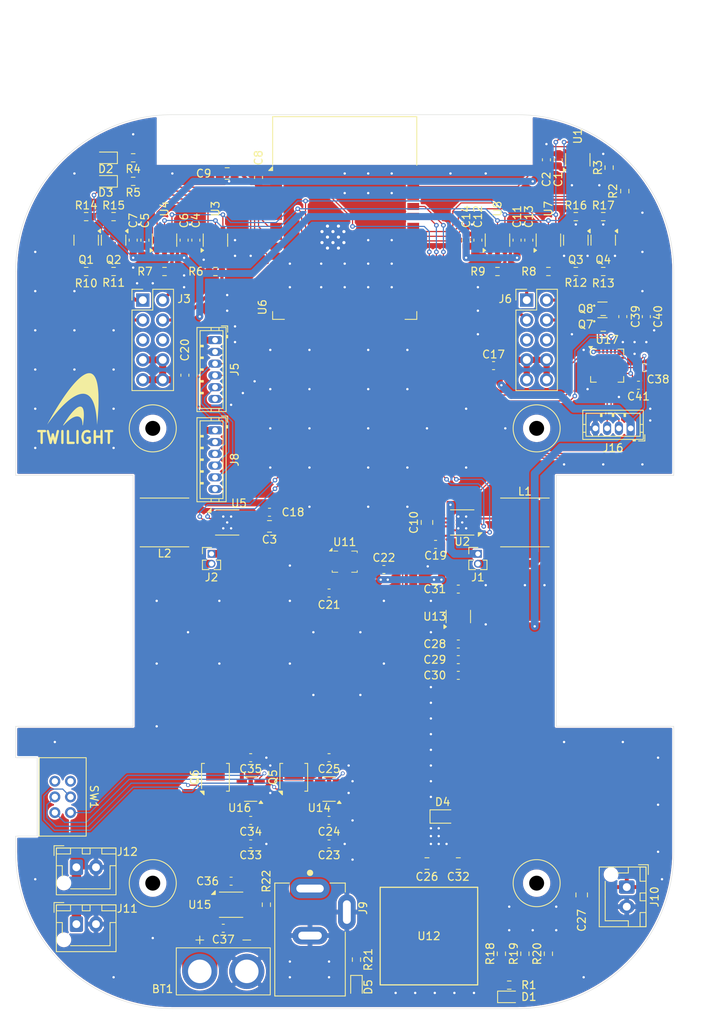
<source format=kicad_pcb>
(kicad_pcb (version 20241229) (generator "pcbnew") (generator_version "9.0")
  (layers (0 "F.Cu" signal) (2 "B.Cu" signal) (13 "F.Paste" user) (15 "B.Paste" user) (5 "F.SilkS" user "F.Silkscreen") (7 "B.SilkS" user "B.Silkscreen") (1 "F.Mask" user) (3 "B.Mask" user) (25 "Edge.Cuts" user))
  (net 0 "")
  (net 1 "Net-(R18-Pad2)")
  (net 2 "Net-(U15-PROG)")
  (net 3 "GND")
  (net 4 "Net-(U15-STAT)")
  (net 5 "CHIP_PU")
  (net 6 "Net-(Q3-D)")
  (net 7 "Net-(U1-VIN)")
  (net 8 "/LED_1")
  (net 9 "Net-(D2-K)")
  (net 10 "+BATT")
  (net 11 "/RS_LED")
  (net 12 "/LED_0")
  (net 13 "Net-(D1-A)")
  (net 14 "/RF_LED")
  (net 15 "/RF_EN")
  (net 16 "Net-(Q4-D)")
  (net 17 "/RS_EN")
  (net 18 "/LS_EN")
  (net 19 "/LF_EN")
  (net 20 "Net-(R19-Pad2)")
  (net 21 "/LS_LED")
  (net 22 "Net-(Q2-D)")
  (net 23 "Net-(D5-K)")
  (net 24 "/LF_LED")
  (net 25 "Net-(Q1-D)")
  (net 26 "/RF_PHTR")
  (net 27 "/RS_PHTR")
  (net 28 "/LS_PHTR")
  (net 29 "Net-(U12-Trim)")
  (net 30 "GPIO0")
  (net 31 "/Power/DTR")
  (net 32 "/Power/RTS")
  (net 33 "TXD0")
  (net 34 "/SPI2_MISO")
  (net 35 "/LF_PHTR")
  (net 36 "/SPI2_SCK")
  (net 37 "Net-(D3-K)")
  (net 39 "/LF_CS")
  (net 41 "+5V")
  (net 42 "/RF_CS")
  (net 43 "/PWM_L")
  (net 44 "Net-(U5-OUTB)")
  (net 45 "/CWCCW_L")
  (net 46 "/PWM_R")
  (net 47 "/CWCCW_R")
  (net 48 "Net-(J2-Pin_1)")
  (net 49 "Net-(U2-OUTB)")
  (net 52 "/LS_CS")
  (net 54 "/RS_CS")
  (net 56 "/BATT_CS")
  (net 61 "Net-(BT1-+)")
  (net 62 "Net-(U16-EN)")
  (net 63 "Net-(Q6-G)")
  (net 64 "Net-(U16-VCAP)")
  (net 65 "+3V3")
  (net 66 "Net-(U14-VCAP)")
  (net 67 "Net-(Q5-G)")
  (net 68 "RXD0")
  (net 69 "Net-(U14-EN)")
  (net 70 "Net-(J1-Pin_1)")
  (net 71 "/Power/USB-")
  (net 72 "/Power/USB+")
  (net 73 "/SPI2_MOSI")
  (net 74 "/CS_IMU")
  (net 79 "/SPI1_MOSI")
  (net 80 "/SPI1_MISO")
  (net 81 "/CS_ENC_L")
  (net 82 "/CS_ENC_R")
  (net 84 "Net-(U17-3V3OUT)")
  (net 85 "/SPI1_SCK")
  (net 102 "Net-(J2-Pin_2)")
  (net 103 "Net-(J1-Pin_2)")
  (net 108 "/Power/EXT_PWR")
  (footprint "Resistor_SMD:R_0603_1608Metric" (layer "F.Cu") (at 135 35.5 180)
    (property "Reference" "R4")
    (property "Value" "0603WAF1001T5E")
  )
  (footprint "Package_TO_SOT_SMD:SOT-23" (layer "F.Cu") (at 129 46 -90)
    (property "Reference" "Q1")
    (property "Value" "IRLML6344")
  )
  (footprint "Library:Battery_Connector" (layer "F.Cu") (at 146.5 139.25)
    (property "Reference" "BT1")
    (property "Value" "1000mAh LiPo 2S")
  )
  (footprint "Library:OKL-T&slash_6-W12N-C_MUR" (layer "F.Cu") (at 172.75 134.75)
    (property "Reference" "U12")
    (property "Value" "OKL-T/6-W12N-C")
  )
  (footprint "Resistor_SMD:R_0603_1608Metric" (layer "F.Cu") (at 152 130.75 -90)
    (property "Reference" "R22")
    (property "Value" "0603WAF1001T5E")
  )
  (footprint "Connector_PinHeader_1.27mm:PinHeader_1x02_P1.27mm_Vertical" (layer "F.Cu") (at 179 86)
    (property "Reference" "J1")
    (property "Value" "Conn_01x02")
  )
  (footprint "Diode_SMD:D_SOD-323" (layer "F.Cu") (at 174.5 119.5)
    (property "Reference" "D4")
    (property "Value" "1N5819WS")
  )
  (footprint "Capacitor_SMD:C_0805_2012Metric" (layer "F.Cu") (at 176.5 125.5 180)
    (property "Reference" "C32")
    (property "Value" "CL21A106KAYNNNE")
  )
  (footprint "Connector_PinHeader_1.27mm:PinHeader_1x02_P1.27mm_Vertical" (layer "F.Cu") (at 145 86)
    (property "Reference" "J2")
    (property "Value" "Conn_01x02")
  )
  (footprint "LED_SMD:LED_0603_1608Metric" (layer "F.Cu") (at 131.5 35.5 180)
    (property "Reference" "D2")
    (property "Value" "D-060306G1/SS2/G1")
  )
  (footprint "Capacitor_SMD:C_0603_1608Metric" (layer "F.Cu") (at 184 46 90)
    (property "Reference" "C11")
    (property "Value" "CC0603KRX7R9BB104")
  )
  (footprint "Resistor_SMD:R_0603_1608Metric" (layer "F.Cu") (at 132.5 43)
    (property "Reference" "R15")
    (property "Value" "0603WAF1002T5E")
  )
  (footprint "Resistor_SMD:R_0603_1608Metric" (layer "F.Cu") (at 135 38.5 180)
    (property "Reference" "R5")
    (property "Value" "0603WAF1001T5E")
  )
  (footprint "RF_Module:ESP32-S3-WROOM-1" (layer "F.Cu") (at 162 43.15)
    (property "Reference" "U6")
    (property "Value" "ESP32-S3-WROOM-1")
  )
  (footprint "Connector_PinHeader_2.54mm:PinHeader_2x05_P2.54mm_Vertical" (layer "F.Cu") (at 185.23 53.645001)
    (property "Reference" "J6")
    (property "Value" "2.54mm PinHeader")
  )
  (footprint "Package_TO_SOT_SMD:SOT-23-6" (layer "F.Cu") (at 145.5 46 90)
    (property "Reference" "U3")
    (property "Value" "ADCS7476")
  )
  (footprint "Connector_JST:JST_XH_B2B-XH-AM_1x02_P2.50mm_Vertical" (layer "F.Cu") (at 127.75 125.975)
    (property "Reference" "J12")
    (property "Value" "B2B-XH-A(LF)(SN)")
  )
  (footprint "Capacitor_SMD:C_0603_1608Metric" (layer "F.Cu") (at 179 46 90)
    (property "Reference" "C12")
    (property "Value" "CC0603KRX7R9BB104")
  )
  (footprint "Connector_PinHeader_2.54mm:PinHeader_2x05_P2.54mm_Vertical" (layer "F.Cu") (at 136.23 53.645001)
    (property "Reference" "J3")
    (property "Value" "2.54mm PinHeader")
  )
  (footprint "Library:SS-22SBH2" (layer "F.Cu") (at 126 117 -90)
    (property "Reference" "SW1")
    (property "Value" "SS-22SBH2")
  )
  (footprint "Capacitor_SMD:C_0603_1608Metric" (layer "F.Cu") (at 199.5 64.5 180)
    (property "Reference" "C41")
    (property "Value" "CC0603KRX7R9BB104")
  )
  (footprint "Capacitor_SMD:C_0603_1608Metric" (layer "F.Cu") (at 160 91)
    (property "Reference" "C21")
    (property "Value" "CC0603KRX7R9BB104")
  )
  (footprint "LED_SMD:LED_0603_1608Metric" (layer "F.Cu") (at 163.5 141.25 -90)
    (property "Reference" "D5")
    (property "Value" "KT-0603R")
  )
  (footprint "Package_LGA:Bosch_LGA-14_3x2.5mm_P0.5mm" (layer "F.Cu") (at 162 87.000001)
    (property "Reference" "U11")
    (property "Value" "LSM6DSR")
  )
  (footprint "Capacitor_SMD:C_0805_2012Metric" (layer "F.Cu") (at 172.5 82 90)
    (property "Reference" "C10")
    (property "Value" "CL21A106KAYNNNE")
  )
  (footprint "Capacitor_SMD:C_0603_1608Metric" (layer "F.Cu") (at 181 62)
    (property "Reference" "C17")
    (property "Value" "CL10A106KP8NNNC")
  )
  (footprint "Capacitor_SMD:C_0603_1608Metric" (layer "F.Cu") (at 177.5 46 -90)
    (property "Reference" "C14")
    (property "Value" "CL10A105KB8NNNC")
  )
  (footprint "Resistor_SMD:R_0603_1608Metric" (layer "F.Cu") (at 188 137 90)
    (property "Reference" "R20")
    (property "Value" "0603WAF100JT5E")
  )
  (footprint "Capacitor_SMD:C_0603_1608Metric" (layer "F.Cu") (at 152.4 80.7)
    (property "Reference" "C18")
    (property "Value" "CL10A105KB8NNNC")
  )
  (footprint "Package_SON:VSON-10-1EP_3x3mm_P0.5mm_EP1.2x2mm" (layer "F.Cu") (at 177 82 180)
    (property "Reference" "U2")
    (property "Value" "BD63573NUV")
  )
  (footprint "Capacitor_SMD:C_0603_1608Metric" (layer "F.Cu") (at 160 123 180)
    (property "Reference" "C23")
    (property "Value" "CC0603KRX7R9BB104")
  )
  (footprint "Connector_JST:JST_ZH_B6B-ZR_1x06_P1.50mm_Vertical" (layer "F.Cu") (at 145.45 70.25 -90)
    (property "Reference" "J8")
    (property "Value" "B6B-ZR")
  )
  (footprint "Capacitor_SMD:C_0603_1608Metric" (layer "F.Cu") (at 200.5 55.75 90)
    (property "Reference" "C40")
    (property "Value" "CC0603KRX7R9BB104")
  )
  (footprint "Resistor_SMD:R_0603_1608Metric" (layer "F.Cu") (at 183 141 180)
    (property "Reference" "R1")
    (property "Value" "0603WAF1002T5E")
  )
  (footprint "Package_DFN_QFN:QFN-20-1EP_4x4mm_P0.5mm_EP2.5x2.5mm" (layer "F.Cu") (at 195.5 62)
    (property "Reference" "U17")
    (property "Value" "FT231XQ-R")
  )
  (footprint "Resistor_SMD:R_0603_1608Metric" (layer "F.Cu") (at 195.75 36.75 90)
    (property "Reference" "R3")
    (property "Value" "0603WAF1001T5E")
  )
  (footprint "Package_TO_SOT_SMD:SOT-23-6" (layer "F.Cu") (at 188 46 90)
    (property "Reference" "U7")
    (property "Value" "ADCS7476")
  )
  (footprint "Resistor_SMD:R_0603_1608Metric" (layer "F.Cu") (at 191.5 50 180)
    (property "Reference" "R12")
    (property "Value" "0603WAF4700T5E")
  )
  (footprint "Capacitor_SMD:C_0603_1608Metric" (layer "F.Cu") (at 185.5 46 -90)
    (property "Reference" "C13")
    (property "Value" "CL10A105KB8NNNC")
  )
  (footprint "LED_SMD:LED_0603_1608Metric" (layer "F.Cu") (at 183 142.5)
    (property "Reference" "D1")
    (property "Value" "D-060306G1/SS2/G1")
  )
  (footprint "Library:M2.6 Mounting Hole" (layer "F.Cu") (at 186.5 70)
    (property "Reference" "H2" (hide yes))
    (property "Value" "M2.6 mounting hole" (hide yes))
  )
  (footprint "Capacitor_SMD:C_0805_2012Metric" (layer "F.Cu") (at 147 37.5)
    (property "Reference" "C9")
    (property "Value" "CL21A106KAYNNNE")
  )
  (footprint "Capacitor_SMD:C_0603_1608Metric" (layer "F.Cu") (at 176.5 99.5 180)
    (property "Reference" "C29")
    (property "Value" "CL10A106KP8NNNC")
  )
  (footprint "Package_SON:Diodes_PowerDI3333-8" (layer "F.Cu") (at 155.5 114.5 90)
    (property "Reference" "Q5")
    (property "Value" "DMT6008LFG")
  )
  (footprint "Connector_JST:JST_ZH_B6B-ZR_1x06_P1.50mm_Vertical" (layer "F.Cu") (at 145.45 58.75 -90)
    (property "Reference" "J5")
    (property "Value" "B6B-ZR")
  )
  (footprint "Capacitor_SMD:C_0805_2012Metric" (layer "F.Cu") (at 192.25 129.5 -90)
    (property "Reference" "C27")
    (property "Value" "CL21A106KAYNNNE")
  )
  (footprint "Resistor_SMD:R_0603_1608Metric" (layer "F.Cu") (at 181.5 50)
    (property "Reference" "R9")
    (property "Value" "0603WAF4700T5E")
  )
  (footprint "Package_TO_SOT_SMD:SOT-23-6" (layer "F.Cu") (at 181.5 46 90)
    (property "Reference" "U8")
    (property "Value" "ADCS7476")
  )
  (footprint "Package_TO_SOT_SMD:SOT-23-6" (layer "F.Cu") (at 191.75 35.75 90)
    (property "Reference" "U1")
    (property "Value" "ADCS7476")
  )
  (footprint "Resistor_SMD:R_0603_1608Metric" (layer "F.Cu") (at 182 137 90)
    (property "Reference" "R18")
    (property "Value" "0603WAF1001T5E")
  )
  (footprint "Capacitor_SMD:C_0603_1608Metric" (layer "F.Cu") (at 143 46 90)
    (property "Reference" "C4")
    (property "Value" "CC0603KRX7R9BB104")
  )
  (footprint "Capacitor_SMD:C_0603_1608Metric" (layer "F.Cu") (at 146.5 133.75 180)
    (property "Reference" "C37")
    (property "Value" "CL10A105KB8NNNC")
  )
  (footprint "Resistor_SMD:R_0603_1608Metric" (layer "F.Cu") (at 195 50 180)
    (property "Reference" "R13")
    (property "Value" "0603WAF4700T5E")
  )
  (footprint "Library:M2.6 Mounting Hole" (layer "F.Cu") (at 137.5 128)
    (property "Reference" "H3" (hide yes))
    (property "Value" "M2.6 mounting hole" (hide yes))
  )
  (footprint "Library:AMacLogo" (layer "F.Cu") (at 126.947554 66.237385)
    (property "Reference" "G***" (hide yes))
    (property "Value" "LOGO" (hide yes))
  )
  (footprint "Capacitor_SMD:C_0603_1608Metric" (layer "F.Cu") (at 150 112 180)
    (property "Reference" "C35")
    (property "Value" "CC0603KRX7R9BB104")
  )
  (footprint "Capacitor_SMD:C_0603_1608Metric" (layer "F.Cu") (at 160 112 180)
    (property "Reference" "C25")
    (property "Value" "CC0603KRX7R9BB104")
  )
  (footprint "Resistor_SMD:R_0603_1608Metric" (layer "F.Cu") (at 191.5 43)
    (property "Reference" "R16")
    (property "Value" "0603WAF1002T5E")
  )
  (footprint "Package_TO_SOT_SMD:SOT-723" (layer "F.Cu") (at 195 54.75)
    (property "Reference" "Q8")
    (property "Value" "DTC114E")
  )
  (footprint "Capacitor_SMD:C_0603_1608Metric" (layer "F.Cu") (at 160 120 180)
    (property "Reference" "C24")
    (property "Value" "CC0603KRX7R9BB104")
  )
  (footprint "Package_TO_SOT_SMD:SOT-23-6" (layer "F.Cu") (at 160 116 180)
    (property "Reference" "U14")
    (property "Value" "LM74700QDBVRQ1")
  )
  (footprint "Resistor_SMD:R_0603_1608Metric" (layer "F.Cu") (at 129 43)
    (property "Reference" "R14")
    (property "Value" "0603WAF1002T5E")
  )
  (footprint "Package_TO_SOT_SMD:SOT-723" (layer "F.Cu") (at 195 56.75)
    (property "Reference" "Q7")
    (property "Value" "DTC114E")
  )
  (footprint "Resistor_SMD:R_0603_1608Metric" (layer "F.Cu") (at 145.5 50)
    (property "Reference" "R6")
    (property "Value" "0603WAF4700T5E")
  )
  (footprint "Package_SON:Diodes_PowerDI3333-8" (layer "F.Cu") (at 145.5 114.5 90)
    (property "Reference" "Q6")
    (property "Value" "DMT6008LFG")
  )
  (footprint "Capacitor_SMD:C_0603_1608Metric" (layer "F.Cu") (at 176.5 101.5 180)
    (property "Reference" "C30")
    (property "Value" "CL10A106KP8NNNC")
  )
  (footprint "Connector_JST:JST_XH_B2B-XH-AM_1x02_P2.50mm_Vertical" (layer "F.Cu") (at 198 128.5 -90)
    (property "Reference" "J10")
    (property "Value" "Conn_01x02")
  )
  (footprint "Capacitor_SMD:C_0603_1608Metric" (layer "F.Cu") (at 136.5 46 90)
    (property "Reference" "C5")
    (property "Value" "CC0603KRX7R9BB104")
  )
  (footprint "Capacitor_SMD:C_0603_1608Metric" (layer "F.Cu") (at 151 38 -90)
    (property "Reference" "C8")
    (property "Value" "CC0603KRX7R9BB104")
  )
  (footprint "Capacitor_SMD:C_0603_1608Metric" (layer "F.Cu") (at 147.5 127.75 180)
    (property "Reference" "C36")
    (property "Value" "CL10A105KB8NNNC")
  )
  (footprint "Package_TO_SOT_SMD:SOT-23" (layer "F.Cu") (at 191.5 46 -90)
    (property "Reference" "Q3")
    (property "Value" "IRLML6344")
  )
  (footprint "Capacitor_SMD:C_0805_2012Metric" (layer "F.Cu") (at 172.5 125.5 180)
    (property "Reference" "C26")
    (property "Value" "CL21A106KAYNNNE")
  )
  (footprint "Capacitor_SMD:C_0603_1608Metric" (layer "F.Cu") (at 197.5 55.75 90)
    (property "Reference" "C39")
    (property "Value" "CC0603KRX7R9BB104")
  )
  (footprint "Inductor_SMD:L_Changjiang_FNR6040S" (layer "F.Cu") (at 185 82)
    (property "Reference" "L1")
    (property "Value" "NR6045T100M")
  )
  (footprint "Capacitor_SMD:C_0603_1608Metric" (layer "F.Cu") (at 150 120 180)
    (property "Reference" "C34")
    (property "Value" "CC0603KRX7R9BB104")
  )
  (footprint "Inductor_SMD:L_Changjiang_FNR6040S" (layer "F.Cu") (at 139 82 180)
    (property "Reference" "L2")
    (property "Value" "NR6045T100M")
  )
  (footprint "Capacitor_SMD:C_0603_1608Metric" (layer "F.Cu") (at 176.5 90.5 180)
    (property "Reference" "C31")
    (property "Value" "CL10A106KP8NNNC")
  )
  (footprint "Capacitor_SMD:C_0603_1608Metric" (layer "F.Cu") (at 176.5 97.5 180)
    (property "Reference" "C28")
    (property "Value" "CL10A106KP8NNNC")
  )
  (footprint "Resistor_SMD:R_0603_1608Metric" (layer "F.Cu") (at 139 50)
    (property "Reference" "R7")
    (property "Value" "0603WAF4700T5E")
  )
  (footprint "Package_TO_SOT_SMD:SOT-23-6" (layer "F.Cu") (at 150 116 180)
    (property "Reference" "U16")
    (property "Value" "LM74700QDBVRQ1")
  )
  (footprint "Resistor_SMD:R_0603_1608Metric" (layer "F.Cu") (at 163.5 137.75 -90)
    (property "Reference" "R21")
    (property "Value" "0603WAF1001T5E")
  )
  (footprint "Package_TO_SOT_SMD:SOT-23-5" (layer "F.Cu") (at 176.5 94 90)
    (property "Reference" "U13")
    (property "Value" "XC6221B332MR")
  )
  (footprint "Connector_JST:JST_XH_B2B-XH-AM_1x02_P2.50mm_Vertical" (layer "F.Cu") (at 127.75 133.225)
    (property "Reference" "J11")
    (property "Value" "B2B-XH-A(LF)(SN)")
  )
  (footprint "Capacitor_SMD:C_0603_1608Metric" (layer "F.Cu") (at 141.5 46 -90)
    (property "Reference" "C6")
    (property "Value" "CL10A105KB8NNNC")
  )
  (footprint "Package_TO_SOT_SMD:SOT-23" (layer "F.Cu") (at 132.5 46 -90)
    (property "Reference" "Q2")
    (property "Value" "IRLML6344")
  )
  (footprint "Package_TO_SOT_SMD:SOT-23-6" (layer "F.Cu") (at 139 46 90)
    (property "Reference" "U4")
    (property "Value" "ADCS7476")
  )
  (footprint "Capacitor_SMD:C_0603_1608Metric" (layer "F.Cu") (at 167 88 180)
    (property "Reference" "C22")
    (property "Value" "CC0603KRX7R9BB104")
  )
  (footprint "Package_SON:VSON-10-1EP_3x3mm_P0.5mm_EP1.2x2mm" (layer "F.Cu") (at 147 82)
    (property "Reference" "U5")
    (property "Value" "BD63573NUV")
  )
  (footprint "Resistor_SMD:R_0603_1608Metric" (layer "F.Cu") (at 129 50 180)
    (property "Reference" "R10")
    (property "Value" "0603WAF4700T5E")
  )
  (footprint "Library:M2.6 Mounting Hole" (layer "F.Cu") (at 137.5 70)
    (property "Reference" "H1" (hide yes))
    (property "Value" "M2.6 mounting hole" (hide yes))
  )
  (footprint "Resistor_SMD:R_0603_1608Metric" (layer "F.Cu") (at 195 43)
    (property "Reference" "R17")
    (property "Value" "0603WAF1002T5E")
  )
  (footprint "Capacitor_SMD:C_0805_2012Metric" (layer "F.Cu") (at 152.4 82.5 180)
    (property "Reference" "C3")
    (property "Value" "CL21A106KAYNNNE")
  )
  (footprint "Capacitor_SMD:C_0603_1608Metric" (layer "F.Cu") (at 135 46 -90)
    (property "Reference" "C7")
    (property "Value" "CL10A105KB8NNNC")
  )
  (footprint "Package_DFN_QFN:DFN-10-1EP_3x3mm_P0.5mm_EP1.58x2.35mm" (layer "F.Cu") (at 147.5 130.75)
    (property "Reference" "U15")
    (property "Value" "MCP73213T-A6SI/MF")
  )
  (footprint "Capacitor_SMD:C_0603_1608Metric" (layer "F.Cu") (at 187.75 35.75 -90)
    (property "Reference" "C2")
    (property "Value" "CL10A105KB8NNNC")
  )
  (footprint "LED_SMD:LED_0603_1608Metric" (layer "F.Cu") (at 131.5 38.5 180)
    (property "Reference" "D3")
    (property "Value" "KT-0603R")
  )
  (footprint "Capacitor_SMD:C_0603_1608Metric" (layer "F.Cu") (at 173.6 84.8 180)
    (property "Reference" "C19")
    (property "Value" "CL10A105KB8NNNC")
  )
  (footprint "Capacitor_SMD:C_0603_1608Metric" (layer "F.Cu") (at 150 123 180)
    (property "Reference" "C33")
    (property "Value" "CC0603KRX7R9BB104")
  )
  (footprint "Capacitor_SMD:C_0603_1608Metric" (layer "F.Cu") (at 200.25 62.25 180)
    (property "Reference" "C38")
    (property "Value" "CC0603KRX7R9BB104")
  )
  (footprint "Resistor_SMD:R_0603_1608Metric" (layer "F.Cu") (at 132.5 50 180)
    (property "Reference" "R11")
    (property "Value" "0603WAF4700T5E")
  )
  (footprint "Resistor_SMD:R_0603_1608Metric" (layer "F.Cu") (at 197.75 39.75 -90)
    (property "Reference" "R2")
    (property "Value" "0603WAF1002T5E")
  )
  (footprint "Capacitor_SMD:C_0603_1608Metric" (layer "F.Cu") (at 189.25 35.75 90)
    (property "Reference" "C1")
    (property "Value" "CC0603KRX7R9BB104")
  )
  (footprint "Resistor_SMD:R_0603_1608Metric" (layer "F.Cu") (at 188 50)
    (property "Reference" "R8")
    (property "Value" "0603WAF4700T5E")
  )
  (footprint "Capacitor_SMD:C_0603_1608Metric" (layer "F.Cu") (at 141.6 63.225 -90)
    (property "Reference" "C20")
    (property "Value" "CL10A106KP8NNNC")
  )
  (footprint "Library:PJ-002A" (layer "F.Cu") (at 157.575 128.6875 -90)
    (property "Reference" "J9")
    (property "Value" "MJ-179PH")
  )
  (footprint "Connector_JST:JST_ZH_B4B-ZR_1x04_P1.50mm_Vertical" (layer "F.Cu") (at 198.5 70 180)
    (property "Reference" "J16")
    (property "Value" "B4B-ZR(LF)(SN)")
  )
  (footprint "Library:M2.6 Mounting Hole" (layer "F.Cu") (at 186.5 128)
    (property "Reference" "H4" (hide yes))
    (property "Value" "M2.6 mounting hole" (hide yes))
  )
  (footprint "Package_TO_SOT_SMD:SOT-23" (layer "F.Cu") (at 195 46 -90)
    (property "Reference" "Q4")
    (property "Value" "IRLML6344")
  )
  (footprint "Resistor_SMD:R_0603_1608Metric" (layer "F.Cu") (at 185 137 90)
    (property "Reference" "R19")
    (property "Value" "0603WAF3300T5E")
  )
  (gr_line (start 120 76) (end 135 76) (stroke (width 0.05)) (layer "Edge.Cuts"))
  (gr_line (start 135 108) (end 120 108) (stroke (width 0.05)) (layer "Edge.Cuts"))
  (gr_line (start 204 50) (end 204 76) (stroke (width 0.05)) (layer "Edge.Cuts"))
  (gr_line (start 189 108) (end 204 108) (stroke (width 0.05)) (layer "Edge.Cuts"))
  (gr_line (start 122.75 112) (end 122.75 122) (stroke (width 0.05)) (layer "Edge.Cuts"))
  (gr_line (start 120 50) (end 120 76) (stroke (width 0.05)) (layer "Edge.Cuts"))
  (gr_arc (start 140 144.000001) (mid 125.857864 138.142137) (end 120 124.000001) (stroke (width 0.05)) (layer "Edge.Cuts"))
  (gr_line (start 184 30) (end 140 30) (stroke (width 0.05)) (layer "Edge.Cuts"))
  (gr_line (start 120 112) (end 122.75 112) (stroke (width 0.05)) (layer "Edge.Cuts"))
  (gr_line (start 204 76) (end 189 76) (stroke (width 0.05)) (layer "Edge.Cuts"))
  (gr_arc (start 204 124) (mid 198.142136 138.142136) (end 184 144) (stroke (width 0.05)) (layer "Edge.Cuts"))
  (gr_arc (start 120 50) (mid 125.857864 35.857864) (end 140 30) (stroke (width 0.05)) (layer "Edge.Cuts"))
  (gr_line (start 120 122) (end 120 124) (stroke (width 0.05)) (layer "Edge.Cuts"))
  (gr_line (start 184 144.000001) (end 140 144.000001) (stroke (width 0.05)) (layer "Edge.Cuts"))
  (gr_arc (start 184 30) (mid 198.142136 35.857864) (end 204 50) (stroke (width 0.05)) (layer "Edge.Cuts"))
  (gr_line (start 204 108) (end 204 124) (stroke (width 0.05)) (layer "Edge.Cuts"))
  (gr_line (start 189 76) (end 189 108) (stroke (width 0.05)) (layer "Edge.Cuts"))
  (gr_line (start 135 76) (end 135 108) (stroke (width 0.05)) (layer "Edge.Cuts"))
  (gr_line (start 120 108) (end 120 112) (stroke (width 0.05)) (layer "Edge.Cuts"))
  (gr_line (start 122.75 122) (end 120 122) (stroke (width 0.05)) (layer "Edge.Cuts"))
  (gr_text "TWILIGHT" (at 122.55 72.05 0) (layer "F.SilkS") (effects (font (size 1.5 1.5) (thickness 0.3) (bold yes)) (justify left bottom)))
  (segment (start 184.4125 137.825) (end 185 137.825) (width 0.15) (layer "F.Cu") (net 1))
  (segment (start 182 136.175) (end 182.7625 136.175) (width 0.15) (layer "F.Cu") (net 1))
  (segment (start 182.7625 136.175) (end 184.4125 137.825) (width 0.15) (layer "F.Cu") (net 1))
  (segment (start 150.925 129.925) (end 150.75 129.75) (width 0.15) (layer "F.Cu") (net 2))
  (segment (start 152 129.925) (end 150.925 129.925) (width 0.15) (layer "F.Cu") (net 2))
  (segment (start 148.9375 129.75) (end 150.75 129.75) (width 0.15) (layer "F.Cu") (net 2))
  (segment (start 185.5 45.225) (end 186.399 46.124) (width 0.4) (layer "F.Cu") (net 3))
  (segment (start 141.5 45.225) (end 143 45.225) (width 0.4) (layer "F.Cu") (net 3))
  (segment (start 137.275 46) (end 138.524999 46) (width 0.4) (layer "F.Cu") (net 3))
  (segment (start 135 45.225) (end 135 44.75) (width 0.4) (layer "F.Cu") (net 3))
  (segment (start 139 46.475001) (end 139 47.1375) (width 0.4) (layer "F.Cu") (net 3))
  (segment (start 187.75 34.975) (end 189.25 34.975) (width 0.4) (layer "F.Cu") (net 3))
  (segment (start 151.1375 116) (end 152 116) (width 0.5) (layer "F.Cu") (net 3))
  (segment (start 191.75 36.225001) (end 191.75 36.8875) (width 0.4) (layer "F.Cu") (net 3))
  (segment (start 187.175 49) (end 187.175 50) (width 0.4) (layer "F.Cu") (net 3))
  (segment (start 188 48.175) (end 187.175 49) (width 0.4) (layer "F.Cu") (net 3))
  (segment (start 168.175 134.75) (end 166.25 134.75) (width 0.5) (layer "F.Cu") (net 3))
  (segment (start 135 45.225) (end 136.5 45.225) (width 0.4) (layer "F.Cu") (net 3))
  (segment (start 145.5 46.475001) (end 145.024999 46) (width 0.4) (layer "F.Cu") (net 3))
  (segment (start 139 48.175) (end 138.175 49) (width 0.4) (layer "F.Cu") (net 3))
  (segment (start 143.775 46) (end 143 45.225) (width 0.4) (layer "F.Cu") (net 3))
  (segment (start 135 44.75) (end 135.75 44) (width 0.4) (layer "F.Cu") (net 3))
  (segment (start 161.1375 116) (end 162 116) (width 0.5) (layer "F.Cu") (net 3))
  (segment (start 173.89 130.176) (end 173.89 127.61) (width 2) (layer "F.Cu") (net 3))
  (segment (start 145.5 47.1375) (end 145.5 46.475001) (width 0.4) (layer "F.Cu") (net 3))
  (segment (start 172.75 141.75) (end 172.5 142) (width 0.5) (layer "F.Cu") (net 3))
  (segment (start 160.775 123) (end 162 123) (width 0.5) (layer "F.Cu") (net 3))
  (segment (start 150.775 123) (end 152 123) (width 0.5) (layer "F.Cu") (net 3))
  (segment (start 173.89 127.61) (end 174 127.5) (width 2) (layer "F.Cu") (net 3))
  (segment (start 181.5 46.475001) (end 181.5 47.1375) (width 0.4) (layer "F.Cu") (net 3))
  (segment (start 141.5 45.225) (end 141.5 44.75) (width 0.4) (layer "F.Cu") (net 3))
  (segment (start 172.75 139.329976) (end 172.75 141.75) (width 0.5) (layer "F.Cu") (net 3))
  (segment (start 188 47.1375) (end 188 48.175) (width 0.4) (layer "F.Cu") (net 3))
  (segment (start 144.675 49) (end 144.675 50) (width 0.4) (layer "F.Cu") (net 3))
  (segment (start 179 45.225) (end 179.899 46.124) (width 0.4) (layer "F.Cu") (net 3))
  (segment (start 138.524999 46) (end 139 46.475001) (width 0.4) (layer "F.Cu") (net 3))
  (segment (start 186.399 46.124) (end 187.648999 46.124) (width 0.4) (layer "F.Cu") (net 3))
  (segment (start 179.899 46.124) (end 181.148999 46.124) (width 0.4) (layer "F.Cu") (net 3))
  (segment (start 177.5 45.225) (end 177.5 44.75) (width 0.4) (layer "F.Cu") (net 3))
  (segment (start 184 45.225) (end 184 44.75) (width 0.4) (layer "F.Cu") (net 3))
  (segment (start 188 46.475001) (end 188 47.1375) (width 0.4) (layer "F.Cu") (net 3))
  (segment (start 190.025 35.75) (end 191.274999 35.75) (width 0.4) (layer "F.Cu") (net 3))
  (segment (start 180.675 49) (end 180.675 50) (width 0.4) (layer "F.Cu") (net 3))
  (segment (start 177.5 44.75) (end 178.25 44) (width 0.4) (layer "F.Cu") (net 3))
  (segment (start 136.5 45.225) (end 137.275 46) (width 0.4) (layer "F.Cu") (net 3))
  (segment (start 177.5 45.225) (end 179 45.225) (width 0.4) (layer "F.Cu") (net 3))
  (segment (start 184 45.225) (end 185.5 45.225) (width 0.4) (layer "F.Cu") (net 3))
  (segment (start 166.25 134.75) (end 166 135) (width 0.5) (layer "F.Cu") (net 3))
  (segment (start 181.148999 46.124) (end 181.5 46.475001) (width 0.4) (layer "F.Cu") (net 3))
  (segment (start 145.024999 46) (end 143.775 46) (width 0.4) (layer "F.Cu") (net 3))
  (segment (start 141.5 44.75) (end 142.25 44) (width 0.4) (layer "F.Cu") (net 3))
  (segment (start 187.648999 46.124) (end 188 46.475001) (width 0.4) (layer "F.Cu") (net 3))
  (segment (start 187.75 34.975) (end 187.75 33.75) (width 0.4) (layer "F.Cu") (net 3))
  (segment (start 162 116) (end 162.5 116.5) (width 0.5) (layer "F.Cu") (net 3))
  (segment (start 145.5 47.1375) (end 145.5 48.175) (width 0.4) (layer "F.Cu") (net 3))
  (segment (start 152 116) (end 152.5 116.5) (width 0.5) (layer "F.Cu") (net 3))
  (segment (start 139 47.1375) (end 139 48.175) (width 0.4) (layer "F.Cu") (net 3))
  (segment (start 189.25 34.975) (end 190.025 35.75) (width 0.4) (layer "F.Cu") (net 3))
  (segment (start 184 44.75) (end 184.75 44) (width 0.4) (layer "F.Cu") (net 3))
  (segment (start 181.5 47.1375) (end 181.5 48.175) (width 0.4) (layer "F.Cu") (net 3))
  (segment (start 138.175 49) (end 138.175 50) (width 0.4) (layer "F.Cu") (net 3))
  (segment (start 191.274999 35.75) (end 191.75 36.225001) (width 0.4) (layer "F.Cu") (net 3))
  (segment (start 181.5 48.175) (end 180.675 49) (width 0.4) (layer "F.Cu") (net 3))
  (segment (start 145.5 48.175) (end 144.675 49) (width 0.4) (layer "F.Cu") (net 3))
  (via (at 173 115) (size 0.6) (drill 0.3) (layers "F.Cu" "B.Cu") (net 3))
  (via (at 164 104) (size 0.6) (drill 0.3) (layers "F.Cu" "B.Cu") (net 3))
  (via (at 146 92) (size 0.6) (drill 0.3) (layers "F.Cu" "B.Cu") (net 3))
  (via (at 127.5 37.5) (size 0.6) (drill 0.3) (layers "F.Cu" "B.Cu") (net 3))
  (via (at 202 124) (size 0.6) (drill 0.3) (layers "F.Cu" "B.Cu") (net 3))
  (via (at 146.5 82.75) (size 0.6) (drill 0.3) (layers "F.Cu" "B.Cu") (net 3))
  (via (at 165 52) (size 0.6) (drill 0.3) (layers "F.Cu" "B.Cu") (net 3))
  (via (at 168 37.5) (size 0.6) (drill 0.3) (layers "F.Cu" "B.Cu") (net 3))
  (via (at 132.5 62.5) (size 0.6) (drill 0.3) (layers "F.Cu" "B.Cu") (net 3))
  (via (at 193 65) (size 0.6) (drill 0.3) (layers "F.Cu" "B.Cu") (net 3))
  (via (at 132.5 140) (size 0.6) (drill 0.3) (layers "F.Cu" "B.Cu") (net 3))
  (via (at 158 104) (size 0.6) (drill 0.3) (layers "F.Cu" "B.Cu") (net 3))
  (via (at 148 46) (size 0.6) (drill 0.3) (layers "F.Cu" "B.Cu") (net 3))
  (via (at 183 134) (size 0.6) (drill 0.3) (layers "F.Cu" "B.Cu") (net 3))
  (via (at 140 37.5) (size 0.6) (drill 0.3) (layers "F.Cu" "B.Cu") (net 3))
  (via (at 200.5 59) (size 0.6) (drill 0.3) (layers "F.Cu" "B.Cu") (net 3))
  (via (at 179 58) (size 0.6) (drill 0.3) (layers "F.Cu" "B.Cu") (net 3))
  (via (at 174 121) (size 0.6) (drill 0.3) (layers "F.Cu" "B.Cu") (net 3))
  (via (at 180 90) (size 0.6) (drill 0.3) (layers "F.Cu" "B.Cu") (net 3))
  (via (at 173 105) (size 0.6) (drill 0.3) (layers "F.Cu" "B.Cu") (net 3))
  (via (at 195 74.6) (size 0.6) (drill 0.3) (layers "F.Cu" "B.Cu") (net 3))
  (via (at 201 69) (size 0.6) (drill 0.3) (layers "F.Cu" "B.Cu") (net 3))
  (via (at 171 142) (size 0.6) (drill 0.3) (layers "F.Cu" "B.Cu") (net 3))
  (via (at 162 37.5) (size 0.6) (drill 0.3) (layers "F.Cu" "B.Cu") (net 3))
  (via (at 138 92) (size 0.6) (drill 0.3) (layers "F.Cu" "B.Cu") (net 3))
  (via (at 155 87.5) (size 0.6) (drill 0.3) (layers "F.Cu" "B.Cu") (net 3))
  (via (at 135.75 44) (size 0.5) (drill 0.3) (layers "F.Cu" "B.Cu") (net 3))
  (via (at 155 100) (size 0.6) (drill 0.3) (layers "F.Cu" "B.Cu") (net 3))
  (via (at 191 58) (size 0.6) (drill 0.3) (layers "F.Cu" "B.Cu") (net 3))
  (via (at 135.5 51.5) (size 0.6) (drill 0.3) (layers "F.Cu" "B.Cu") (net 3))
  (via (at 155 52) (size 0.6) (drill 0.3) (layers "F.Cu" "B.Cu") (net 3))
  (via (at 144 48.5) (size 0.6) (drill 0.3) (layers "F.Cu" "B.Cu") (net 3))
  (via (at 172.5 70) (size 0.6) (drill 0.3) (layers "F.Cu" "B.Cu") (net 3))
  (via (at 176 142) (size 0.6) (drill 0.3) (layers "F.Cu" "B.Cu") (net 3))
  (via (at 173 96) (size 0.6) (drill 0.3) (layers "F.Cu" "B.Cu") (net 3))
  (via (at 184.75 44) (size 0.5) (drill 0.3) (layers "F.Cu" "B.Cu") (net 3))
  (via (at 168.5 142) (size 0.6) (drill 0.3) (layers "F.Cu" "B.Cu") (net 3))
  (via (at 173 117) (size 0.6) (drill 0.3) (layers "F.Cu" "B.Cu") (net 3))
  (via (at 191 39) (size 0.6) (drill 0.3) (layers "F.Cu" "B.Cu") (net 3))
  (via (at 155 140) (size 0.6) (drill 0.3) (layers "F.Cu" "B.Cu") (net 3))
  (via (at 167 100) (size 0.6) (drill 0.3) (layers "F.Cu" "B.Cu") (net 3))
  (via (at 135 32.5) (size 0.6) (drill 0.3) (layers "F.Cu" "B.Cu") (net 3))
  (via (at 157.5 70) (size 0.6) (drill 0.3) (layers "F.Cu" "B.Cu") (net 3))
  (via (at 148 57) (size 0.6) (drill 0.3) (layers "F.Cu" "B.Cu") (net 3))
  (via (at 178.5 142) (size 0.6) (drill 0.3) (layers "F.Cu" "B.Cu") (net 3))
  (via (at 165 40) (size 0.6) (drill 0.3) (layers "F.Cu" "B.Cu") (net 3))
  (via (at 160 138) (size 0.6) (drill 0.3) (layers "F.Cu" "B.Cu") (net 3))
  (via (at 164 96) (size 0.6) (drill 0.3) (layers "F.Cu" "B.Cu") (net 3))
  (via (at 191.5 44) (size 0.6) (drill 0.3) (layers "F.Cu" "B.Cu") (net 3))
  (via (at 180 37.5) (size 0.6) (drill 0.3) (layers "F.Cu" "B.Cu") (net 3))
  (via (at 179 55) (size 0.6) (drill 0.3) (layers "F.Cu" "B.Cu") (net 3))
  (via (at 138 108) (size 0.6) (drill 0.3) (layers "F.Cu" "B.Cu") (net 3))
  (via (at 176.5 81.25) (size 0.6) (drill 0.3) (layers "F.Cu" "B.Cu") (net 3))
  (via (at 155 92) (size 0.6) (drill 0.3) (layers "F.Cu" "B.Cu") (net 3))
  (via (at 193 48) (size 0.6) (drill 0.3) (layers "F.Cu" "B.Cu") (net 3))
  (via (at 200 74.6) (size 0.6) (drill 0.3) (layers "F.Cu" "B.Cu") (net 3))
  (via (at 142.25 44) (size 0.5) (drill 0.3) (layers "F.Cu" "B.Cu") (net 3))
  (via (at 158 96) (size 0.6) (drill 0.3) (layers "F.Cu" "B.Cu") (net 3))
  (via (at 152.5 75) (size 0.6) (drill 0.3) (layers "F.Cu" "B.Cu") (net 3))
  (via (at 202 112) (size 0.6) (drill 0.3) (layers "F.Cu" "B.Cu") (net 3))
  (via (at 159 52) (size 0.6) (drill 0.3) (layers "F.Cu" "B.Cu") (net 3))
  (via (at 190 48) (size 0.6) (drill 0.3) (layers "F.Cu" "B.Cu") (net 3))
  (via (at 162 40) (size 0.6) (drill 0.3) (layers "F.Cu" "B.Cu") (net 3))
  (via (at 201.5 57.5) (size 0.6) (drill 0.3) (layers "F.Cu" "B.Cu") (net 3))
  (via (at 163 125) (size 0.6) (drill 0.3) (layers "F.Cu" "B.Cu") (net 3))
  (via (at 183 131) (size 0.6) (drill 0.3) (layers "F.Cu" "B.Cu") (net 3))
  (via (at 162 52) (size 0.6) (drill 0.3) (layers "F.Cu" "B.Cu") (net 3))
  (via (at 177 82) (size 0.6) (drill 0.3) (layers "F.Cu" "B.Cu") (net 3))
  (via (at 173 111) (size 0.6) (drill 0.3) (layers "F.Cu" "B.Cu") (net 3))
  (via (at 200 52.5) (size 0.6) (drill 0.3) (layers "F.Cu" "B.Cu") (net 3))
  (via (at 182.5 70) (size 0.6) (drill 0.3) (layers "F.Cu" "B.Cu") (net 3))
  (via (at 173 122) (size 0.6) (drill 0.3) (layers "F.Cu" "B.Cu") (net 3))
  (via (at 173 113) (size 0.6) (drill 0.3) (layers "F.Cu" "B.Cu") (net 3))
  (via (at 122.5 57.5) (size 0.6) (drill 0.3) (layers "F.Cu" "B.Cu") (net 3))
  (via (at 122.5 67.5) (size 0.6) (drill 0.3) (layers "F.Cu" "B.Cu") (net 3))
  (via (at 152.5 113) (size 0.6) (drill 0.3) (layers "F.Cu" "B.Cu") (net 3))
  (via (at 167 92) (size 0.6) (drill 0.3) (layers "F.Cu" "B.Cu") (net 3))
  (via (at 165 80) (size 0.6) (drill 0.3) (layers "F.Cu" "B.Cu") (net 3))
  (via (at 197.5 110) (size 0.6) (drill 0.3) (layers "F.Cu" "B.Cu") (net 3))
  (via (at 148 59) (size 0.6) (drill 0.3) (layers "F.Cu" "B.Cu") (net 3))
  (via (at 142 96) (size 0.6) (drill 0.3) (layers "F.Cu" "B.Cu") (net 3))
  (via (at 197.5 59) (size 0.6) (drill 0.3) (layers "F.Cu" "B.Cu") (net 3))
  (via (at 150.5 64) (size 0.6) (drill 0.3) (layers "F.Cu" "B.Cu") (net 3))
  (via (at 165 49) (size 0.6) (drill 0.3) (layers "F.Cu" "B.Cu") (net 3))
  (via (at 155 49) (size 0.6) (drill 0.3) (layers "F.Cu" "B.Cu") (net 3))
  (via (at 127.5 57.5) (size 0.6) (drill 0.3) (layers "F.Cu" "B.Cu") (net 3))
  (via (at 147 53) (size 0.6) (drill 0.3) (layers "F.Cu" "B.Cu") (net 3))
  (via (at 147.5 81.25) (size 0.6) (drill 0.3) (layers "F.Cu" "B.Cu") (net 3))
  (via (at 141.5 52) (size 0.6) (drill 0.3) (layers "F.Cu" "B.Cu") (net 3))
  (via (at 122.5 52.5) (size 0.6) (drill 0.3) (layers "F.Cu" "B.Cu") (net 3))
  (via (at 132.5 57.5) (size 0.6) (drill 0.3) (layers "F.Cu" "B.Cu") (net 3))
  (via (at 125 110) (size 0.6) (drill 0.3) (layers "F.Cu" "B.Cu") (net 3))
  (via (at 132.5 67.5) (size 0.6) (drill 0.3) (layers "F.Cu" "B.Cu") (net 3))
  (via (at 127.5 52.5) (size 0.6) (drill 0.3) (layers "F.Cu" "B.Cu") (net 3))
  (via (at 152 123) (size 0.5) (drill 0.3) (layers "F.Cu" "B.Cu") (net 3))
  (via (at 147 82) (size 0.6) (drill 0.3) (layers "F.Cu" "B.Cu") (net 3))
  (via (at 146.5 81.25) (size 0.6) (drill 0.3) (layers "F.Cu" "B.Cu") (net 3))
  (via (at 165 46) (size 0.6) (drill 0.3) (layers "F.Cu" "B.Cu") (net 3))
  (via (at 170 80) (size 0.6) (drill 0.3) (layers "F.Cu" "B.Cu") (net 3))
  (via (at 147.5 67) (size 0.6) (drill 0.3) (layers "F.Cu" "B.Cu") (net 3))
  (via (at 173.5 142) (size 0.6) (drill 0.3) (layers "F.Cu" "B.Cu") (net 3))
  (via (at 165 37.5) (size 0.6) (drill 0.3) (layers "F.Cu" "B.Cu") (net 3))
  (via (at 163 120) (size 0.6) (drill 0.3) (layers "F.Cu" "B.Cu") (net 3))
  (via (at 135 49.5) (size 0.6) (drill 0.3) (layers "F.Cu" "B.Cu") (net 3))
  (via (at 155 138) (size 0.6) (drill 0.3) (layers "F.Cu" "B.Cu") (net 3))
  (via (at 152.5 70) (size 0.6) (drill 0.3) (layers "F.Cu" "B.Cu") (net 3))
  (via (at 137.5 51.5) (size 0.6) (drill 0.3) (layers "F.Cu" "B.Cu") (net 3))
  (via (at 162 123) (size 0.5) (drill 0.3) (layers "F.Cu" "B.Cu") (net 3))
  (via (at 162.5 113) (size 0.6) (drill 0.3) (layers "F.Cu" "B.Cu") (net 3))
  (via (at 138 100) (size 0.6) (drill 0.3) (layers "F.Cu" "B.Cu") (net 3))
  (via (at 199 60.5) (size 0.6) (drill 0.3) (layers "F.Cu" "B.Cu") (net 3))
  (via (at 195 44) (size 0.6) (drill 0.3) (layers "F.Cu" "B.Cu") (net 3))
  (via (at 192.5 60) (size 0.6) (drill 0.3) (layers "F.Cu" "B.Cu") (net 3))
  (via (at 157.5 65) (size 0.6) (drill 0.3) (layers "F.Cu" "B.Cu") (net 3))
  (via (at 178.25 44) (size 0.5) (drill 0.3) (layers "F.Cu" "B.Cu") (net 3))
  (via (at 162 49) (size 0.6) (drill 0.3) (layers "F.Cu" "B.Cu") (net 3))
  (via (at 170 75) (size 0.6) (drill 0.3) (layers "F.Cu" "B.Cu") (net 3))
  (via (at 122.5 62.5) (size 0.6) (drill 0.3) (layers "F.Cu" "B.Cu") (net 3))
  (via (at 200 42.5) (size 0.6) (drill 0.3) (layers "F.Cu" "B.Cu") (net 3))
  (via (at 122.5 47.5) (size 0.6) (drill 0.3) (layers "F.Cu" "B.Cu") (net 3))
  (via (at 127.5 62.5) (size 0.6) (drill 0.3) (layers "F.Cu" "B.Cu") (net 3))
  (via (at 177.5 67.5) (size 0.6) (drill 0.3) (layers "F.Cu" "B.Cu") (net 3))
  (via (at 122.5 127.5) (size 0.6) (drill 0.3) (layers "F.Cu" "B.Cu") (net 3))
  (via (at 173 109) (size 0.6) (drill 0.3) (layers "F.Cu" "B.Cu") (net 3))
  (via (at 150 48) (size 0.6) (drill 0.3) (layers "F.Cu" "B.Cu") (net 3))
  (via (at 168 49) (size 0.6) (drill 0.3) (layers "F.Cu" "B.Cu") (net 3))
  (via (at 165 70) (size 0.6) (drill 0.3) (layers "F.Cu" "B.Cu") (net 3))
  (via (at 187.75 33.75) (size 0.5) (drill 0.3) (layers "F.Cu" "B.Cu") (net 3))
  (via (at 176.5 82.75) (size 0.6) (drill 0.3) (layers "F.Cu" "B.Cu") (net 3))
  (via (at 157.5 75) (size 0.6) (drill 0.3) (layers "F.Cu" "B.Cu") (net 3))
  (via (at 201 67.5) (size 0.6) (drill 0.3) (layers "F.Cu" "B.Cu") (net 3))
  (via (at 141.5 50.5) (size 0.6) (drill 0.3) (layers "F.Cu" "B.Cu") (net 3))
  (via (at 174 122) (size 0.6) (drill 0.3) (layers "F.Cu" "B.Cu") (net 3))
  (via (at 173 107) (size 0.6) (drill 0.3) (layers "F.Cu" "B.Cu") (net 3))
  (via (at 147 55) (size 0.6) (drill 0.3) (layers "F.Cu" "B.Cu") (net 3))
  (via (at 175 123) (size 0.6) (drill 0.3) (layers "F.Cu" "B.Cu") (net 3))
  (via (at 185 90) (size 0.6) (drill 0.3) (layers "F.Cu" "B.Cu") (net 3))
  (via (at 148 48) (size 0.6) (drill 0.3) (layers "F.Cu" "B.Cu") (net 3))
  (via (at 197 66) (size 0.6) (drill 0.3) (layers "F.Cu" "B.Cu") (net 3))
  (via (at 192.5 140) (size 0.6) (drill 0.3) (layers "F.Cu" "B.Cu") (net 3))
  (via (at 179 52) (size 0.6) (drill 0.3) (layers "F.Cu" "B.Cu") (net 3))
  (via (at 174 123) (size 0.6) (drill 0.3) (layers "F.Cu" "B.Cu") (net 3))
  (via (at 157.5 60) (size 0.6) (drill 0.3) (layers "F.Cu" "B.Cu") (net 3))
  (via (at 152 112) (size 0.6) (drill 0.3) (layers "F.Cu" "B.Cu") (net 3))
  (via (at 165 65) (size 0.6) (drill 0.3) (layers "F.Cu" "B.Cu") (net 3))
  (via (at 177.5 75) (size 0.6) (drill 0.3) (layers "F.Cu" "B.Cu") (net 3))
  (via (at 165 75) (size 0.6) (drill 0.3) (layers "F.Cu" "B.Cu") (net 3))
  (via (at 173 92) (size 0.6) (drill 0.3) (layers "F.Cu" "B.Cu") (net 3))
  (via (at 186 134) (size 0.6) (drill 0.3) (layers "F.Cu" "B.Cu") (net 3))
  (via (at 199 59) (size 0.6) (drill 0.3) (layers "F.Cu" "B.Cu") (net 3))
  (via (at 168 40) (size 0.6) (drill 0.3) (layers "F.Cu" "B.Cu") (net 3))
  (via (at 160 140) (size 0.6) (drill 0.3) (layers "F.Cu" "B.Cu") (net 3))
  (via (at 163 115) (size 0.6) (drill 0.3) (layers "F.Cu" "B.Cu") (net 3))
  (via (at 194.5 39) (size 0.6) (drill 0.3) (layers "F.Cu" "B.Cu") (net 3))
  (via (at 122.5 72.5) (size 0.6) (drill 0.3) (layers "F.Cu" "B.Cu") (net 3))
  (via (at 157.5 80) (size 0.6) (drill 0.3) (layers "F.Cu" "B.Cu") (net 3))
  (via (at 168 46) (size 0.6) (drill 0.3) (layers "F.Cu" "B.Cu") (net 3))
  (via (at 187.5 90) (size 0.6) (drill 0.3) (layers "F.Cu" "B.Cu") (net 3))
  (via (at 175.5 37.5) (size 0.6) (drill 0.3) (layers "F.Cu" "B.Cu") (net 3))
  (via (at 152.5 60) (size 0.6) (drill 0.3) (layers "F.Cu" "B.Cu") (net 3))
  (via (at 132.5 72.5) (size 0.6) (drill 0.3) (layers "F.Cu" "B.Cu") (net 3))
  (via (at 159 49) (size 0.6) (drill 0.3) (layers "F.Cu" "B.Cu") (net 3))
  (via (at 202 118) (size 0.6) (drill 0.3) (layers "F.Cu" "B.Cu") (net 3))
  (via (at 168 52) (size 0.6) (drill 0.3) (layers "F.Cu" "B.Cu") (net 3))
  (via (at 149 65.5) (size 0.6) (drill 0.3) (layers "F.Cu" "B.Cu") (net 3))
  (via (at 177.5 82.75) (size 0.6) (drill 0.3) (layers "F.Cu" "B.Cu") (net 3))
  (via (at 200 47.5) (size 0.6) (drill 0.3) (layers "F.Cu" "B.Cu") (net 3))
  (via (at 189 131) (size 0.6) (drill 0.3) (layers "F.Cu" "B.Cu") (net 3))
  (via (at 177.5 81.25) (size 0.6) (drill 0.3) (layers "F.Cu" "B.Cu") (net 3))
  (via (at 137.5 135) (size 0.6) (drill 0.3) (layers "F.Cu" "B.Cu") (net 3))
  (via (at 146 100) (size 0.6) (drill 0.3) (layers "F.Cu" "B.Cu") (net 3))
  (via (at 152.5 65) (size 0.6) (drill 0.3) (layers "F.Cu" "B.Cu") (net 3))
  (via (at 173 103) (size 0.6) (drill 0.3) (layers "F.Cu" "B.Cu") (net 3))
  (via (at 196.5 48) (size 0.6) (drill 0.3) (layers "F.Cu" "B.Cu") (net 3))
  (via (at 190 74.6) (size 0.6) (drill 0.3) (layers "F.Cu" "B.Cu") (net 3))
  (via (at 189 134) (size 0.6) (drill 0.3) (layers "F.Cu" "B.Cu") (net 3))
  (via (at 202.5 127.5) (size 0.6) (drill 0.3) (layers "F.Cu" "B.Cu") (net 3))
  (via (at 195 35) (size 0.6) (drill 0.3) (layers "F.Cu" "B.Cu") (net 3))
  (via (at 147.5 82.75) (size 0.6) (drill 0.3) (layers "F.Cu" "B.Cu") (net 3))
  (via (at 180 95) (size 0.6) (drill 0.3) (layers "F.Cu" "B.Cu") (net 3))
  (via (at 173 123) (size 0.6) (drill 0.3) (layers "F.Cu" "B.Cu") (net 3))
  (via (at 170 65) (size 0.6) (drill 0.3) (layers "F.Cu" "B.Cu") (net 3))
  (via (at 172.6 87.6) (size 0.6) (drill 0.3) (layers "F.Cu" "B.Cu") (net 3))
  (via (at 162.5 116.5) (size 0.5) (drill 0.3) (layers "F.Cu" "B.Cu") (net 3))
  (via (at 173 121) (size 0.6) (drill 0.3) (layers "F.Cu" "B.Cu") (net 3))
  (via (at 190 110) (size 0.6) (drill 0.3) (layers "F.Cu" "B.Cu") (net 3))
  (via (at 165 60) (size 0.6) (drill 0.3) (layers "F.Cu" "B.Cu") (net 3))
  (via (at 152.5 116.5) (size 0.5) (drill 0.3) (layers "F.Cu" "B.Cu") (net 3))
  (via (at 170 60) (size 0.6) (drill 0.3) (layers "F.Cu" "B.Cu") (net 3))
  (segment (start 148.9375 131.25) (end 149.75 131.25) (width 0.15) (layer "F.Cu") (net 4))
  (segment (start 150 135.1) (end 151.825 136.925) (width 0.15) (layer "F.Cu") (net 4))
  (segment (start 150 131.5) (end 150 135.1) (width 0.15) (layer "F.Cu") (net 4))
  (segment (start 149.75 131.25) (end 150 131.5) (width 0.15) (layer "F.Cu") (net 4))
  (segment (start 151.825 136.925) (end 163.5 136.925) (width 0.15) (layer "F.Cu") (net 4))
  (segment (start 200.55 73.2) (end 179.95 73.2) (width 0.15) (layer "F.Cu") (net 5))
  (segment (start 173.75 54.75) (end 172.8 53.8) (width 0.15) (layer "F.Cu") (net 5))
  (segment (start 195.575 56.75) (end 195.725 56.75) (width 0.15) (layer "F.Cu") (net 5))
  (segment (start 154.662653 40.43) (end 153.25 40.43) (width 0.15) (layer "F.Cu") (net 5))
  (segment (start 202 71.75) (end 200.55 73.2) (width 0.15) (layer "F.Cu") (net 5))
  (segment (start 195.725 56.75) (end 197.5 54.975) (width 0.15) (layer "F.Cu") (net 5))
  (segment (start 202 59.475) (end 202 71.75) (width 0.15) (layer "F.Cu") (net 5))
  (segment (start 163 43.25) (end 159.5 39.75) (width 0.15) (layer "F.Cu") (net 5))
  (segment (start 172.8 53.8) (end 172.8 47.5) (width 0.15) (layer "F.Cu") (net 5))
  (segment (start 155.342653 39.75) (end 154.662653 40.43) (width 0.15) (layer "F.Cu") (net 5))
  (segment (start 163 44.25) (end 163 43.25) (width 0.15) (layer "F.Cu") (net 5))
  (segment (start 197.5 54.975) (end 202 59.475) (width 0.15) (layer "F.Cu") (net 5))
  (segment (start 179.95 73.2) (end 173.75 67) (width 0.15) (layer "F.Cu") (net 5))
  (segment (start 159.5 39.75) (end 155.342653 39.75) (width 0.15) (layer "F.Cu") (net 5))
  (segment (start 173.75 67) (end 173.75 54.75) (width 0.15) (layer "F.Cu") (net 5))
  (via (at 163 44.25) (size 0.6) (drill 0.3) (layers "F.Cu" "B.Cu") (net 5))
  (via (at 172.8 47.5) (size 0.6) (drill 0.3) (layers "F.Cu" "B.Cu") (net 5))
  (segment (start 163 44.25) (end 172.15 44.25) (width 0.15) (layer "B.Cu") (net 5))
  (segment (start 172.15 44.25) (end 172.8 44.9) (width 0.15) (layer "B.Cu") (net 5))
  (segment (start 172.8 44.9) (end 172.8 47.5) (width 0.15) (layer "B.Cu") (net 5))
  (segment (start 191.5 48.5) (end 192.325 49.325) (width 0.4) (layer "F.Cu") (net 6))
  (segment (start 192.325 49.325) (end 192.325 50) (width 0.4) (layer "F.Cu") (net 6))
  (segment (start 191.5 46.9375) (end 191.5 48.5) (width 0.4) (layer "F.Cu") (net 6))
  (segment (start 196.4 37.575) (end 197.75 38.925) (width 0.15) (layer "F.Cu") (net 7))
  (segment (start 194.325 37.575) (end 195.75 37.575) (width 0.15) (layer "F.Cu") (net 7))
  (segment (start 193.6375 36.8875) (end 194.325 37.575) (width 0.15) (layer "F.Cu") (net 7))
  (segment (start 192.7 36.8875) (end 193.6375 36.8875) (width 0.15) (layer "F.Cu") (net 7))
  (segment (start 195.75 37.575) (end 196.4 37.575) (width 0.15) (layer "F.Cu") (net 7))
  (segment (start 153.25 42.97) (end 152.28 42.97) (width 0.15) (layer "F.Cu") (net 8))
  (segment (start 152 42.25) (end 149.5 39.75) (width 0.15) (layer "F.Cu") (net 8))
  (segment (start 137.075 39.75) (end 135.825 38.5) (width 0.15) (layer "F.Cu") (net 8))
  (segment (start 149.5 39.75) (end 137.075 39.75) (width 0.15) (layer "F.Cu") (net 8))
  (segment (start 152.28 42.97) (end 152.25 43) (width 0.15) (layer "F.Cu") (net 8))
  (segment (start 152.25 43) (end 152 42.75) (width 0.15) (layer "F.Cu") (net 8))
  (segment (start 152 42.75) (end 152 42.25) (width 0.15) (layer "F.Cu") (net 8))
  (segment (start 132.2875 35.5) (end 134.175 35.5) (width 0.15) (layer "F.Cu") (net 9))
  (segment (start 151.45 82.5) (end 151.45 105.7) (width 1) (layer "F.Cu") (net 10))
  (segment (start 165 131) (end 166 130) (width 0.15) (layer "F.Cu") (net 10))
  (segment (start 166 143) (end 165 142) (width 0.15) (layer "F.Cu") (net 10))
  (segment (start 197.75 52) (end 199.55 53.8) (width 0.15) (layer "F.Cu") (net 10))
  (segment (start 201 53.8) (end 203 55.8) (width 0.15) (layer "F.Cu") (net 10))
  (segment (start 203 55.8) (end 203 72.75) (width 0.15) (layer "F.Cu") (net 10))
  (segment (start 158.8625 112.3625) (end 159.225 112) (width 0.5) (layer "F.Cu") (net 10))
  (segment (start 169.32 130.176) (end 169.32 126.32) (width 2) (layer "F.Cu") (net 10))
  (segment (start 172.5 81.05) (end 171.7 81.05) (width 1) (layer "F.Cu") (net 10))
  (segment (start 173.45 119.5) (end 171 119.5) (width 0.45) (layer "F.Cu") (net 10))
  (segment (start 171.7 81.05) (end 170.75 82) (width 1) (layer "F.Cu") (net 10))
  (segment (start 179.5 143) (end 166 143) (width 0.15) (layer "F.Cu") (net 10))
  (segment (start 148.8625 115.05) (end 148.8625 112.3625) (width 0.5) (layer "F.Cu") (net 10))
  (segment (start 197.75 40.575) (end 197.75 52) (width 0.15) (layer "F.Cu") (net 10))
  (segment (start 169.144 130) (end 169.32 130.176) (width 0.15) (layer "F.Cu") (net 10))
  (segment (start 172.6 78.4) (end 169.4 81.6) (width 0.15) (layer "F.Cu") (net 10))
  (segment (start 183.45 73.8) (end 178.85 78.4) (width 0.15) (layer "F.Cu") (net 10))
  (segment (start 203 72.75) (end 201.95 73.8) (width 0.15) (layer "F.Cu") (net 10))
  (segment (start 148.8625 112.3625) (end 149.225 112) (width 0.5) (layer "F.Cu") (net 10))
  (segment (start 158.8625 115.05) (end 158.8625 112.3625) (width 0.5) (layer "F.Cu") (net 10))
  (segment (start 174.25 81.5) (end 173.8 81.05) (width 0.25) (layer "F.Cu") (net 10))
  (segment (start 166 130) (end 169.144 130) (width 0.15) (layer "F.Cu") (net 10))
  (segment (start 175.5625 81.5) (end 174.25 81.5) (width 0.25) (layer "F.Cu") (net 10))
  (segment (start 169.32 126.32) (end 169 126) (width 2) (layer "F.Cu") (net 10))
  (segment (start 201.95 73.8) (end 183.45 73.8) (width 0.15) (layer "F.Cu") (net 10))
  (segment (start 178.85 78.4) (end 172.6 78.4) (width 0.15) (layer "F.Cu") (net 10))
  (segment (start 181.5 141) (end 179.5 143) (width 0.15) (layer "F.Cu") (net 10))
  (segment (start 182.175 141) (end 181.5 141) (width 0.15) (layer "F.Cu") (net 10))
  (segment (start 151.45 105.7) (end 151.5 105.75) (width 1) (layer "F.Cu") (net 10))
  (segment (start 199.55 53.8) (end 201 53.8) (width 0.15) (layer "F.Cu") (net 10))
  (segment (start 170.75 82) (end 170.75 105.75) (width 1) (layer "F.Cu") (net 10))
  (segment (start 169.4 81.6) (end 169.4 105.6) (width 0.15) (layer "F.Cu") (net 10))
  (segment (start 165 142) (end 165 131) (width 0.15) (layer "F.Cu") (net 10))
  (segment (start 148.4375 82.5) (end 151.45 82.5) (width 0.25) (layer "F.Cu") (net 10))
  (segment (start 173.8 81.05) (end 172.5 81.05) (width 0.25) (layer "F.Cu") (net 10))
  (segment (start 127.75 133.225) (end 127.75 125.975) (width 1.2) (layer "F.Cu") (net 10))
  (segment (start 190.675 50) (end 190.675 52.575) (width 0.4) (layer "F.Cu") (net 11))
  (segment (start 190.675 52.575) (end 189.604999 53.645001) (width 0.4) (layer "F.Cu") (net 11))
  (segment (start 189.604999 53.645001) (end 187.77 53.645001) (width 0.4) (layer "F.Cu") (net 11))
  (segment (start 151.95 41.7) (end 153.25 41.7) (width 0.15) (layer "F.Cu") (net 12))
  (segment (start 149.5 39.25) (end 151.95 41.7) (width 0.15) (layer "F.Cu") (net 12))
  (segment (start 139.575 39.25) (end 149.5 39.25) (width 0.15) (layer "F.Cu") (net 12))
  (segment (start 135.825 35.5) (end 139.575 39.25) (width 0.15) (layer "F.Cu") (net 12))
  (segment (start 183.7875 141.0375) (end 183.7875 142.5) (width 0.15) (layer "F.Cu") (net 13))
  (segment (start 183.825 141) (end 183.7875 141.0375) (width 0.15) (layer "F.Cu") (net 13))
  (segment (start 189.564999 56.185001) (end 187.77 56.185001) (width 0.4) (layer "F.Cu") (net 14))
  (segment (start 194.175 51.575) (end 189.564999 56.185001) (width 0.4) (layer "F.Cu") (net 14))
  (segment (start 194.175 50) (end 194.175 51.575) (width 0.4) (layer "F.Cu") (net 14))
  (segment (start 195.825 41.825) (end 194.43 40.43) (width 0.15) (layer "F.Cu") (net 15))
  (segment (start 195.95 43.3) (end 195.95 45.0625) (width 0.15) (layer "F.Cu") (net 15))
  (segment (start 195.825 43) (end 195.825 41.825) (width 0.15) (layer "F.Cu") (net 15))
  (segment (start 194.43 40.43) (end 170.75 40.43) (width 0.15) (layer "F.Cu") (net 15))
  (segment (start 195.825 43) (end 195.825 43.175) (width 0.15) (layer "F.Cu") (net 15))
  (segment (start 195.825 43.175) (end 195.95 43.3) (width 0.15) (layer "F.Cu") (net 15))
  (segment (start 195.825 49.325) (end 195.825 50) (width 0.4) (layer "F.Cu") (net 16))
  (segment (start 195 48.5) (end 195.825 49.325) (width 0.4) (layer "F.Cu") (net 16))
  (segment (start 195 46.9375) (end 195 48.5) (width 0.4) (layer "F.Cu") (net 16))
  (segment (start 192.325 42.075) (end 192.325 43) (width 0.15) (layer "F.Cu") (net 17))
  (segment (start 175.8 44.2) (end 175.8 42.3) (width 0.15) (layer "F.Cu") (net 17))
  (segment (start 170.75 44.24) (end 171.05 44.24) (width 0.15) (layer "F.Cu") (net 17))
  (segment (start 171.05 44.24) (end 171.71 44.9) (width 0.15) (layer "F.Cu") (net 17))
  (segment (start 192.325 43) (end 192.325 43.075) (width 0.15) (layer "F.Cu") (net 17))
  (segment (start 191.5 41.25) (end 192.325 42.075) (width 0.15) (layer "F.Cu") (net 17))
  (segment (start 171.71 44.9) (end 175.1 44.9) (width 0.15) (layer "F.Cu") (net 17))
  (segment (start 175.8 42.3) (end 176.85 41.25) (width 0.15) (layer "F.Cu") (net 17))
  (segment (start 175.1 44.9) (end 175.8 44.2) (width 0.15) (layer "F.Cu") (net 17))
  (segment (start 176.85 41.25) (end 191.5 41.25) (width 0.15) (layer "F.Cu") (net 17))
  (segment (start 192.45 43.2) (end 192.45 45.0625) (width 0.15) (layer "F.Cu") (net 17))
  (segment (start 192.325 43.075) (end 192.45 43.2) (width 0.15) (layer "F.Cu") (net 17))
  (segment (start 133.325 42.525) (end 135.1 40.75) (width 0.15) (layer "F.Cu") (net 18))
  (segment (start 153.25 45.51) (end 152.25 45.51) (width 0.15) (layer "F.Cu") (net 18))
  (segment (start 151 42.25) (end 151 44.26) (width 0.15) (layer "F.Cu") (net 18))
  (segment (start 133.325 43) (end 133.325 44.9375) (width 0.15) (layer "F.Cu") (net 18))
  (segment (start 133.325 44.9375) (end 133.45 45.0625) (width 0.15) (layer "F.Cu") (net 18))
  (segment (start 149.5 40.75) (end 151 42.25) (width 0.15) (layer "F.Cu") (net 18))
  (segment (start 133.325 43) (end 133.325 42.525) (width 0.15) (layer "F.Cu") (net 18))
  (segment (start 151 44.26) (end 152.25 45.51) (width 0.15) (layer "F.Cu") (net 18))
  (segment (start 135.1 40.75) (end 149.5 40.75) (width 0.15) (layer "F.Cu") (net 18))
  (segment (start 151.5 42.25) (end 151.5 43.49) (width 0.15) (layer "F.Cu") (net 19))
  (segment (start 132.575 40.25) (end 149.5 40.25) (width 0.15) (layer "F.Cu") (net 19))
  (segment (start 153.25 44.24) (end 152.25 44.24) (width 0.15) (layer "F.Cu") (net 19))
  (segment (start 129.825 43) (end 132.575 40.25) (width 0.15) (layer "F.Cu") (net 19))
  (segment (start 129.825 43) (end 129.825 44.9375) (width 0.15) (layer "F.Cu") (net 19))
  (segment (start 149.5 40.25) (end 151.5 42.25) (width 0.15) (layer "F.Cu") (net 19))
  (segment (start 129.825 44.9375) (end 129.95 45.0625) (width 0.15) (layer "F.Cu") (net 19))
  (segment (start 151.5 43.49) (end 152.25 44.24) (width 0.15) (layer "F.Cu") (net 19))
  (segment (start 185.675 136.175) (end 187.325 137.825) (width 0.15) (layer "F.Cu") (net 20))
  (segment (start 185 136.175) (end 185.675 136.175) (width 0.15) (layer "F.Cu") (net 20))
  (segment (start 187.325 137.825) (end 188 137.825) (width 0.15) (layer "F.Cu") (net 20))
  (segment (start 136.23 53.645001) (end 135.320001 53.645001) (width 0.4) (layer "F.Cu") (net 21))
  (segment (start 135.320001 53.645001) (end 131.675 50) (width 0.4) (layer "F.Cu") (net 21))
  (segment (start 132.5 46.9375) (end 132.5 48.5) (width 0.4) (layer "F.Cu") (net 22))
  (segment (start 132.5 48.5) (end 133.325 49.325) (width 0.4) (layer "F.Cu") (net 22))
  (segment (start 133.325 49.325) (end 133.325 50) (width 0.4) (layer "F.Cu") (net 22))
  (segment (start 163.5 138.575) (end 163.5 140.4625) (width 0.15) (layer "F.Cu") (net 23))
  (segment (start 134.360001 56.185001) (end 136.23 56.185001) (width 0.4) (layer "F.Cu") (net 24))
  (segment (start 128.175 50) (end 134.360001 56.185001) (width 0.4) (layer "F.Cu") (net 24))
  (segment (start 129 48.5) (end 129.825 49.325) (width 0.4) (layer "F.Cu") (net 25))
  (segment (start 129 46.9375) (end 129 48.5) (width 0.4) (layer "F.Cu") (net 25))
  (segment (start 129.825 49.325) (end 129.825 50) (width 0.4) (layer "F.Cu") (net 25))
  (segment (start 182.325 50) (end 182.325 53.280001) (width 0.4) (layer "F.Cu") (net 26))
  (segment (start 182.325 53.280001) (end 185.23 56.185001) (width 0.4) (layer "F.Cu") (net 26))
  (segment (start 182.325 49) (end 182.325 50) (width 0.4) (layer "F.Cu") (net 26))
  (segment (start 182.45 48.875) (end 182.325 49) (width 0.4) (layer "F.Cu") (net 26))
  (segment (start 182.45 47.1375) (end 182.45 48.875) (width 0.4) (layer "F.Cu") (net 26))
  (segment (start 186 51.5) (end 185.23 52.27) (width 0.4) (layer "F.Cu") (net 27))
  (segment (start 188.95 47.1375) (end 188.95 48.875) (width 0.4) (layer "F.Cu") (net 27))
  (segment (start 188.825 49) (end 188.825 50) (width 0.4) (layer "F.Cu") (net 27))
  (segment (start 188.825 50) (end 188.825 51.175) (width 0.4) (layer "F.Cu") (net 27))
  (segment (start 185.23 52.27) (end 185.23 53.645001) (width 0.4) (layer "F.Cu") (net 27))
  (segment (start 188.825 51.175) (end 188.5 51.5) (width 0.4) (layer "F.Cu") (net 27))
  (segment (start 188.95 48.875) (end 188.825 49) (width 0.4) (layer "F.Cu") (net 27))
  (segment (start 188.5 51.5) (end 186 51.5) (width 0.4) (layer "F.Cu") (net 27))
  (segment (start 139.825 52.590001) (end 139.825 50) (width 0.4) (layer "F.Cu") (net 28))
  (segment (start 139.825 49) (end 139.825 50) (width 0.4) (layer "F.Cu") (net 28))
  (segment (start 138.77 53.645001) (end 139.825 52.590001) (width 0.4) (layer "F.Cu") (net 28))
  (segment (start 139.95 47.1375) (end 139.95 48.875) (width 0.4) (layer "F.Cu") (net 28))
  (segment (start 139.95 48.875) (end 139.825 49) (width 0.4) (layer "F.Cu") (net 28))
  (segment (start 178.745017 139.329983) (end 180.25 137.825) (width 0.15) (layer "F.Cu") (net 29))
  (segment (start 181.754983 137.579983) (end 182 137.825) (width 0.15) (layer "F.Cu") (net 29))
  (segment (start 180.25 137.825) (end 182 137.825) (width 0.15) (layer "F.Cu") (net 29))
  (segment (start 177.325 139.329983) (end 178.745017 139.329983) (width 0.15) (layer "F.Cu") (net 29))
  (segment (start 201.475 54.975) (end 200.5 54.975) (width 0.15) (layer "F.Cu") (net 30))
  (segment (start 195.575 54.75) (end 196.026 54.299) (width 0.15) (layer "F.Cu") (net 30))
  (segment (start 179.25 73.5) (end 201.25 73.5) (width 0.15) (layer "F.Cu") (net 30))
  (segment (start 201.25 73.5) (end 202.5 72.25) (width 0.15) (layer "F.Cu") (net 30))
  (segment (start 202.5 56) (end 201.475 54.975) (width 0.15) (layer "F.Cu") (net 30))
  (segment (start 173 55.1) (end 173 67.25) (width 0.15) (layer "F.Cu") (net 30))
  (segment (start 202.5 72.25) (end 202.5 56) (width 0.15) (layer "F.Cu") (net 30))
  (segment (start 172.3 54.4) (end 173 55.1) (width 0.15) (layer "F.Cu") (net 30))
  (segment (start 196.026 54.299) (end 200.324 54.299) (width 0.15) (layer "F.Cu") (net 30))
  (segment (start 200.5 54.475) (end 200.5 54.975) (width 0.15) (layer "F.Cu") (net 30))
  (segment (start 170.75 54.4) (end 172.3 54.4) (width 0.15) (layer "F.Cu") (net 30))
  (segment (start 200.324 54.299) (end 200.5 54.475) (width 0.15) (layer "F.Cu") (net 30))
  (segment (start 173 67.25) (end 179.25 73.5) (width 0.15) (layer "F.Cu") (net 30))
  (segment (start 194.425 55.15) (end 194.425 56.35) (width 0.15) (layer "F.Cu") (net 31))
  (segment (start 195.5 58.564588) (end 194.876 57.940588) (width 0.15) (layer "F.Cu") (net 31))
  (segment (start 195.5 60.0625) (end 195.5 58.564588) (width 0.15) (layer "F.Cu") (net 31))
  (segment (start 194.876 56.801) (end 194.425 56.35) (width 0.15) (layer "F.Cu") (net 31))
  (segment (start 194.876 57.940588) (end 194.876 56.801) (width 0.15) (layer "F.Cu") (net 31))
  (segment (start 193.974 54.801) (end 193.974 56.699) (width 0.15) (layer "F.Cu") (net 32))
  (segment (start 194.425 54.35) (end 193.974 54.801) (width 0.15) (layer "F.Cu") (net 32))
  (segment (start 193.974 56.699) (end 194.425 57.15) (width 0.15) (layer "F.Cu") (net 32))
  (segment (start 194.425 58.420134) (end 195 58.995134) (width 0.15) (layer "F.Cu") (net 32))
  (segment (start 194.425 57.15) (end 194.425 58.420134) (width 0.15) (layer "F.Cu") (net 32))
  (segment (start 195 58.995134) (end 195 60.0625) (width 0.15) (layer "F.Cu") (net 32))
  (segment (start 190.25 65.75) (end 180 65.75) (width 0.15) (layer "F.Cu") (net 33))
  (segment (start 193.5625 61) (end 191.75 61) (width 0.15) (layer "F.Cu") (net 33))
  (segment (start 191 65) (end 190.25 65.75) (width 0.15) (layer "F.Cu") (net 33))
  (segment (start 170.75 41.7) (end 172.2 41.7) (width 0.15) (layer "F.Cu") (net 33))
  (segment (start 180 65.75) (end 175.25 61) (width 0.15) (layer "F.Cu") (net 33))
  (segment (start 172.2 41.7) (end 174.6 44.1) (width 0.15) (layer "F.Cu") (net 33))
  (segment (start 174.6 53.7) (end 174.6 47.5) (width 0.15) (layer "F.Cu") (net 33))
  (segment (start 175.25 54.35) (end 174.6 53.7) (width 0.15) (layer "F.Cu") (net 33))
  (segment (start 191 61.75) (end 191 65) (width 0.15) (layer "F.Cu") (net 33))
  (segment (start 191.75 61) (end 191 61.75) (width 0.15) (layer "F.Cu") (net 33))
  (segment (start 175.25 61) (end 175.25 54.35) (width 0.15) (layer "F.Cu") (net 33))
  (via (at 174.6 44.1) (size 0.6) (drill 0.3) (layers "F.Cu" "B.Cu") (net 33))
  (via (at 174.6 47.5) (size 0.6) (drill 0.3) (layers "F.Cu" "B.Cu") (net 33))
  (segment (start 174.6 47.5) (end 174.6 44.1) (width 0.15) (layer "B.Cu") (net 33))
  (segment (start 191.5 33.5) (end 190 33.5) (width 0.15) (layer "F.Cu") (net 34))
  (segment (start 191.75 33.75) (end 191.5 33.5) (width 0.15) (layer "F.Cu") (net 34))
  (segment (start 188 44.8625) (end 188 43.5) (width 0.15) (layer "F.Cu") (net 34))
  (segment (start 156.5 53.25) (end 156.5 42.5) (width 0.15) (layer "F.Cu") (net 34))
  (segment (start 191.75 34.6125) (end 191.75 33.75) (width 0.15) (layer "F.Cu") (net 34))
  (segment (start 160.7375 85.243751) (end 159.7 84.206251) (width 0.15) (layer "F.Cu") (net 34))
  (segment (start 181.5 43.5) (end 181.5 44.8625) (width 0.15) (layer "F.Cu") (net 34))
  (segment (start 139 43.5) (end 139 44.8625) (width 0.15) (layer "F.Cu") (net 34))
  (segment (start 157.555 56.755) (end 157.555 55.65) (width 0.15) (layer "F.Cu") (net 34))
  (segment (start 157.555 54.305) (end 156.5 53.25) (width 0.15) (layer "F.Cu") (net 34))
  (segment (start 156.5 42.5) (end 156 42) (width 0.15) (layer "F.Cu") (net 34))
  (segment (start 145.5 43.5) (end 145.5 44.8625) (width 0.15) (layer "F.Cu") (net 34))
  (segment (start 160.7375 86.250001) (end 160.7375 85.243751) (width 0.15) (layer "F.Cu") (net 34))
  (segment (start 159.7 84.206251) (end 159.7 58.9) (width 0.15) (layer "F.Cu") (net 34))
  (segment (start 157.555 55.65) (end 157.555 54.305) (width 0.15) (layer "F.Cu") (net 34))
  (segment (start 159.7 58.9) (end 157.555 56.755) (width 0.15) (layer "F.Cu") (net 34))
  (via (at 188 43.5) (size 0.6) (drill 0.3) (layers "F.Cu" "B.Cu") (net 34))
  (via (at 190 33.5) (size 0.6) (drill 0.3) (layers "F.Cu" "B.Cu") (net 34))
  (via (at 181.5 43.5) (size 0.6) (drill 0.3) (layers "F.Cu" "B.Cu") (net 34))
  (via (at 139 43.5) (size 0.6) (drill 0.3) (layers "F.Cu" "B.Cu") (net 34))
  (via (at 156 42) (size 0.6) (drill 0.3) (layers "F.Cu" "B.Cu") (net 34))
  (via (at 145.5 43.5) (size 0.6) (drill 0.3) (layers "F.Cu" "B.Cu") (net 34))
  (segment (start 185.029595 43.325) (end 185.204595 43.5) (width 0.15) (layer "B.Cu") (net 34))
  (segment (start 185.204595 43.5) (end 188 43.5) (width 0.15) (layer "B.Cu") (net 34))
  (segment (start 145.5 43.5) (end 146.25 44.25) (width 0.15) (layer "B.Cu") (net 34))
  (segment (start 181.5 43.5) (end 180 42) (width 0.15) (layer "B.Cu") (net 34))
  (segment (start 141.545405 43.5) (end 139 43.5) (width 0.15) (layer "B.Cu") (net 34))
  (segment (start 190 42.75) (end 190 33.5) (width 0.15) (layer "B.Cu") (net 34))
  (segment (start 189.25 43.5) (end 190 42.75) (width 0.15) (layer "B.Cu") (net 34))
  (segment (start 142.704595 43.5) (end 142.529595 43.325) (width 0.15) (layer "B.Cu") (net 34))
  (segment (start 184.045405 43.5) (end 184.220405 43.325) (width 0.15) (layer "B.Cu") (net 34))
  (segment (start 142.529595 43.325) (end 141.720405 43.325) (width 0.15) (layer "B.Cu") (net 34))
  (segment (start 146.25 44.25) (end 153.75 44.25) (width 0.15) (layer "B.Cu") (net 34))
  (segment (start 145.5 43.5) (end 142.704595 43.5) (width 0.15) (layer "B.Cu") (net 34))
  (segment (start 188 43.5) (end 189.25 43.5) (width 0.15) (layer "B.Cu") (net 34))
  (segment (start 180 42) (end 156 42) (width 0.15) (layer "B.Cu") (net 34))
  (segment (start 184.220405 43.325) (end 185.029595 43.325) (width 0.15) (layer "B.Cu") (net 34))
  (segment (start 181.5 43.5) (end 184.045405 43.5) (width 0.15) (layer "B.Cu") (net 34))
  (segment (start 153.75 44.25) (end 156 42) (width 0.15) (layer "B.Cu") (net 34))
  (segment (start 141.720405 43.325) (end 141.545405 43.5) (width 0.15) (layer "B.Cu") (net 34))
  (segment (start 146.325 49) (end 146.325 50) (width 0.4) (layer "F.Cu") (net 35))
  (segment (start 146.45 48.875) (end 146.325 49) (width 0.4) (layer "F.Cu") (net 35))
  (segment (start 146.45 47.1375) (end 146.45 48.875) (width 0.4) (layer "F.Cu") (net 35))
  (segment (start 146.325 51.175) (end 146.325 50) (width 0.4) (layer "F.Cu") (net 35))
  (segment (start 141.314999 56.185001) (end 146.325 51.175) (width 0.4) (layer "F.Cu") (net 35))
  (segment (start 138.77 56.185001) (end 141.314999 56.185001) (width 0.4) (layer "F.Cu") (net 35))
  (segment (start 139.95 42.75) (end 139.95 44.8625) (width 0.15) (layer "F.Cu") (net 36))
  (segment (start 158.1 54.1) (end 157 53) (width 0.15) (layer "F.Cu") (net 36))
  (segment (start 157 53) (end 157 41) (width 0.15) (layer "F.Cu") (net 36))
  (segment (start 146.45 42.75) (end 146.45 44.8625) (width 0.15) (layer "F.Cu") (net 36))
  (segment (start 160.9 57.5) (end 160.095 56.695) (width 0.15) (layer "F.Cu") (net 36))
  (segment (start 182.45 42.75) (end 182.45 44.8625) (width 0.15) (layer "F.Cu") (net 36))
  (segment (start 160.095 55.65) (end 160.095 55.35) (width 0.15) (layer "F.Cu") (net 36))
  (segment (start 191.75 32.75) (end 189.7 32.75) (width 0.15) (layer "F.Cu") (net 36))
  (segment (start 192.7 34.6125) (end 192.7 33.7) (width 0.15) (layer "F.Cu") (net 36))
  (segment (start 189.7 32.75) (end 188.95 33.5) (width 0.15) (layer "F.Cu") (net 36))
  (segment (start 160.095 56.695) (end 160.095 55.65) (width 0.15) (layer "F.Cu") (net 36))
  (segment (start 160.9 84) (end 160.9 57.5) (width 0.15) (layer "F.Cu") (net 36))
  (segment (start 162 85.987501) (end 162 85.1) (width 0.15) (layer "F.Cu") (net 36))
  (segment (start 158.845 54.1) (end 158.1 54.1) (width 0.15) (layer "F.Cu") (net 36))
  (segment (start 160.095 55.35) (end 158.845 54.1) (width 0.15) (layer "F.Cu") (net 36))
  (segment (start 162 85.1) (end 160.9 84) (width 0.15) (layer "F.Cu") (net 36))
  (segment (start 188.95 42.75) (end 188.95 44.8625) (width 0.15) (layer "F.Cu") (net 36))
  (segment (start 192.7 33.7) (end 191.75 32.75) (width 0.15) (layer "F.Cu") (net 36))
  (via (at 139.95 42.75) (size 0.6) (drill 0.3) (layers "F.Cu" "B.Cu") (net 36))
  (via (at 188.95 33.5) (size 0.6) (drill 0.3) (layers "F.Cu" "B.Cu") (net 36))
  (via (at 146.45 42.75) (size 0.6) (drill 0.3) (layers "F.Cu" "B.Cu") (net 36))
  (via (at 188.95 42.75) (size 0.6) (drill 0.3) (layers "F.Cu" "B.Cu") (net 36))
  (via (at 157 41) (size 0.6) (drill 0.3) (layers "F.Cu" "B.Cu") (net 36))
  (via (at 182.45 42.75) (size 0.6) (drill 0.3) (layers "F.Cu" "B.Cu") (net 36))
  (segment (start 146.45 42.75) (end 147.45 43.75) (width 0.15) (layer "B.Cu") (net 36))
  (segment (start 156 41) (end 180.7 41) (width 0.15) (layer "B.Cu") (net 36))
  (segment (start 147.45 43.75) (end 153.25 43.75) (width 0.15) (layer "B.Cu") (net 36))
  (segment (start 139.95 42.75) (end 146.45 42.75) (width 0.15) (layer "B.Cu") (net 36))
  (segment (start 182.45 42.75) (end 188.95 42.75) (width 0.15) (layer "B.Cu") (net 36))
  (segment (start 180.7 41) (end 182.45 42.75) (width 0.15) (layer "B.Cu") (net 36))
  (segment (start 153.25 43.75) (end 156 41) (width 0.15) (layer "B.Cu") (net 36))
  (segment (start 188.95 42.75) (end 188.95 33.5) (width 0.15) (layer "B.Cu") (net 36))
  (segment (start 132.2875 38.5) (end 134.175 38.5) (width 0.15) (layer "F.Cu") (net 37))
  (segment (start 149.5 41.75) (end 150 42.25) (width 0.15) (layer "F.Cu") (net 39))
  (segment (start 144.55 44.8625) (end 144.55 42.2) (width 0.15) (layer "F.Cu") (net 39))
  (segment (start 150 42.25) (end 150 45.75) (width 0.15) (layer "F.Cu") (net 39))
  (segment (start 152.3 48.05) (end 153.25 48.05) (width 0.15) (layer "F.Cu") (net 39))
  (segment (start 144.55 42.2) (end 145 41.75) (width 0.15) (layer "F.Cu") (net 39))
  (segment (start 150 45.75) (end 152.3 48.05) (width 0.15) (layer "F.Cu") (net 39))
  (segment (start 145 41.75) (end 149.5 41.75) (width 0.15) (layer "F.Cu") (net 39))
  (segment (start 179.75 134.75) (end 177.325 134.75) (width 0.5) (layer "F.Cu") (net 41))
  (segment (start 177.32 131.318993) (end 180.181007 131.318993) (width 2) (layer "F.Cu") (net 41))
  (segment (start 175.55 94.3375) (end 175.75 94.1375) (width 0.15) (layer "F.Cu") (net 41))
  (segment (start 182 64.5) (end 181.775 64.275) (width 0.8) (layer "F.Cu") (net 41))
  (segment (start 177.32 134.745) (end 177.325 134.75) (width 0.15) (layer "F.Cu") (net 41))
  (segment (start 183.765001 61.265001) (end 185.23 61.265001) (width 0.8) (layer "F.Cu") (net 41))
  (segment (start 185.23 61.265001) (end 185.23 63.805001) (width 0.8) (layer "F.Cu") (net 41))
  (segment (start 177.45 94.475001) (end 177.45 95.1375) (width 0.15) (layer "F.Cu") (net 41))
  (segment (start 183 62) (end 183.75 61.25) (width 0.8) (layer "F.Cu") (net 41))
  (segment (start 175.55 95.1375) (end 175.55 94.3375) (width 0.15) (layer "F.Cu") (net 41))
  (segment (start 198.25 62.25) (end 199.475 62.25) (width 0.15) (layer "F.Cu") (net 41))
  (segment (start 198 62.5) (end 198.25 62.25) (width 0.15) (layer "F.Cu") (net 41))
  (segment (start 185.23 61.265001) (end 187.77 61.265001) (width 0.8) (layer "F.Cu") (net 41))
  (segment (start 177.112499 94.1375) (end 177.45 94.475001) (width 0.15) (layer "F.Cu") (net 41))
  (segment (start 175.75 94.1375) (end 177.112499 94.1375) (width 0.15) (layer "F.Cu") (net 41))
  (segment (start 199.475 61.525) (end 200.25 60.75) (width 0.15) (layer "F.Cu") (net 41))
  (segment (start 180.5 131) (end 180.5 134) (width 0.5) (layer "F.Cu") (net 41))
  (segment (start 181.775 62) (end 183 62) (width 0.8) (layer "F.Cu") (net 41))
  (segment (start 180.5 134) (end 179.75 134.75) (width 0.5) (layer "F.Cu") (net 41))
  (segment (start 183.75 61.25) (end 183.765001 61.265001) (width 0.8) (layer "F.Cu") (net 41))
  (segment (start 181.775 64.275) (end 181.775 62) (width 0.8) (layer "F.Cu") (net 41))
  (segment (start 187.77 61.265001) (end 187.77 63.805001) (width 0.8) (layer "F.Cu") (net 41))
  (segment (start 199.475 62.25) (end 199.475 61.525) (width 0.15) (layer "F.Cu") (net 41))
  (segment (start 197.4375 62.5) (end 198 62.5) (width 0.15) (layer "F.Cu") (net 41))
  (segment (start 180.181007 131.318993) (end 180.5 131) (width 2) (layer "F.Cu") (net 41))
  (via (at 200.25 60.75) (size 0.5) (drill 0.3) (layers "F.Cu" "B.Cu") (net 41))
  (via (at 182 64.5) (size 0.5) (drill 0.3) (layers "F.Cu" "B.Cu") (net 41))
  (via (at 186.25 95.25) (size 0.5) (drill 0.3) (layers "F.Cu" "B.Cu") (net 41))
  (segment (start 200.25 67.385) (end 200.25 60.75) (width 0.15) (layer "B.Cu") (net 41))
  (segment (start 198.5 69.135) (end 196.865 67.5) (width 1) (layer "B.Cu") (net 41))
  (segment (start 183.25 65.75) (end 182 64.5) (width 1) (layer "B.Cu") (net 41))
  (segment (start 197.1 72.4) (end 189.6 72.4) (width 1) (layer "B.Cu") (net 41))
  (segment (start 189.6 72.4) (end 186.25 75.75) (width 1) (layer "B.Cu") (net 41))
  (segment (start 196.865 67.5) (end 191.25 67.5) (width 1) (layer "B.Cu") (net 41))
  (segment (start 198.5 69.135) (end 200.25 67.385) (width 0.15) (layer "B.Cu") (net 41))
  (segment (start 198.5 70) (end 198.5 71) (width 1) (layer "B.Cu") (net 41))
  (segment (start 198.5 71) (end 197.1 72.4) (width 1) (layer "B.Cu") (net 41))
  (segment (start 198.5 70) (end 198.5 69.135) (width 1) (layer "B.Cu") (net 41))
  (segment (start 189.5 65.75) (end 183.25 65.75) (width 1) (layer "B.Cu") (net 41))
  (segment (start 186.25 75.75) (end 186.25 95.25) (width 1) (layer "B.Cu") (net 41))
  (segment (start 191.25 67.5) (end 189.5 65.75) (width 1) (layer "B.Cu") (net 41))
  (segment (start 177.5 43.25) (end 180.25 43.25) (width 0.15) (layer "F.Cu") (net 42))
  (segment (start 177 44.605956) (end 177 43.75) (width 0.15) (layer "F.Cu") (net 42))
  (segment (start 170.75 46.78) (end 171.72 46.78) (width 0.15) (layer "F.Cu") (net 42))
  (segment (start 180.25 43.25) (end 180.55 43.55) (width 0.15) (layer "F.Cu") (net 42))
  (segment (start 177 43.75) (end 177.5 43.25) (width 0.15) (layer "F.Cu") (net 42))
  (segment (start 171.72 46.78) (end 172.4 46.1) (width 0.15) (layer "F.Cu") (net 42))
  (segment (start 175.505956 46.1) (end 177 44.605956) (width 0.15) (layer "F.Cu") (net 42))
  (segment (start 172.4 46.1) (end 175.505956 46.1) (width 0.15) (layer "F.Cu") (net 42))
  (segment (start 180.55 43.55) (end 180.55 44.8625) (width 0.15) (layer "F.Cu") (net 42))
  (segment (start 145.5625 82) (end 144.25 82) (width 0.15) (layer "F.Cu") (net 43))
  (segment (start 144.25 82) (end 143.5 81.25) (width 0.15) (layer "F.Cu") (net 43))
  (segment (start 155.015 74.685) (end 153.1 76.6) (width 0.15) (layer "F.Cu") (net 43))
  (segment (start 155.015 55.65) (end 155.015 74.685) (width 0.15) (layer "F.Cu") (net 43))
  (via (at 153.1 76.6) (size 0.6) (drill 0.3) (layers "F.Cu" "B.Cu") (net 43))
  (via (at 143.5 81.25) (size 0.6) (drill 0.3) (layers "F.Cu" "B.Cu") (net 43))
  (segment (start 149.95 79.75) (end 153.1 76.6) (width 0.15) (layer "B.Cu") (net 43))
  (segment (start 144.5 79.75) (end 149.95 79.75) (width 0.15) (layer "B.Cu") (net 43))
  (segment (start 143.5 80.75) (end 144.5 79.75) (width 0.15) (layer "B.Cu") (net 43))
  (segment (start 143.5 81.25) (end 143.5 80.75) (width 0.15) (layer "B.Cu") (net 43))
  (segment (start 145.5625 82.5) (end 141.75 82.5) (width 0.25) (layer "F.Cu") (net 44))
  (segment (start 141.75 82.5) (end 141.25 82) (width 0.25) (layer "F.Cu") (net 44))
  (segment (start 155.6 57.4) (end 155.6 75.2) (width 0.15) (layer "F.Cu") (net 45))
  (segment (start 156.285 56.715) (end 155.6 57.4) (width 0.15) (layer "F.Cu") (net 45))
  (segment (start 156.285 55.65) (end 156.285 56.715) (width 0.15) (layer "F.Cu") (net 45))
  (segment (start 144.75 81.5) (end 144.5 81.25) (width 0.15) (layer "F.Cu") (net 45))
  (segment (start 155.6 75.2) (end 153.1 77.7) (width 0.15) (layer "F.Cu") (net 45))
  (segment (start 145.5625 81.5) (end 144.75 81.5) (width 0.15) (layer "F.Cu") (net 45))
  (via (at 153.1 77.7) (size 0.6) (drill 0.3) (layers "F.Cu" "B.Cu") (net 45))
  (via (at 144.5 81.25) (size 0.6) (drill 0.3) (layers "F.Cu" "B.Cu") (net 45))
  (segment (start 144.5 81.25) (end 144.5 80.75) (width 0.15) (layer "B.Cu") (net 45))
  (segment (start 145 80.25) (end 150.55 80.25) (width 0.15) (layer "B.Cu") (net 45))
  (segment (start 144.5 80.75) (end 145 80.25) (width 0.15) (layer "B.Cu") (net 45))
  (segment (start 150.55 80.25) (end 153.1 77.7) (width 0.15) (layer "B.Cu") (net 45))
  (segment (start 178.4375 82) (end 179.25 82) (width 0.15) (layer "F.Cu") (net 46))
  (segment (start 166.445 55.65) (end 166.445 56.695) (width 0.15) (layer "F.Cu") (net 46))
  (segment (start 179.25 82) (end 179.75 82.5) (width 0.15) (layer "F.Cu") (net 46))
  (segment (start 167.1 68.600002) (end 174.999999 76.500001) (width 0.15) (layer "F.Cu") (net 46))
  (segment (start 166.445 56.695) (end 167.1 57.35) (width 0.15) (layer "F.Cu") (net 46))
  (segment (start 167.1 57.35) (end 167.1 68.600002) (width 0.15) (layer "F.Cu") (net 46))
  (via (at 174.999999 76.500001) (size 0.6) (drill 0.3) (layers "F.Cu" "B.Cu") (net 46))
  (via (at 179.75 82.5) (size 0.6) (drill 0.3) (layers "F.Cu" "B.Cu") (net 46))
  (segment (start 175.575998 77.076) (end 174.999999 76.500001) (width 0.15) (layer "B.Cu") (net 46))
  (segment (start 179.75 77.75) (end 179.076 77.076) (width 0.15) (layer "B.Cu") (net 46))
  (segment (start 179.076 77.076) (end 175.575998 77.076) (width 0.15) (layer "B.Cu") (net 46))
  (segment (start 179.75 82.5) (end 179.75 77.75) (width 0.15) (layer "B.Cu") (net 46))
  (segment (start 178.874999 82.5) (end 179.624999 83.25) (width 0.15) (layer "F.Cu") (net 47))
  (segment (start 167.715 67.965) (end 176.25 76.5) (width 0.15) (layer "F.Cu") (net 47))
  (segment (start 178.4375 82.5) (end 178.874999 82.5) (width 0.15) (layer "F.Cu") (net 47))
  (segment (start 167.715 55.65) (end 167.715 67.965) (width 0.15) (layer "F.Cu") (net 47))
  (segment (start 179.624999 83.25) (end 180.5 83.25) (width 0.15) (layer "F.Cu") (net 47))
  (via (at 176.25 76.5) (size 0.6) (drill 0.3) (layers "F.Cu" "B.Cu") (net 47))
  (via (at 180.5 83.25) (size 0.6) (drill 0.3) (layers "F.Cu" "B.Cu") (net 47))
  (segment (start 179.5 76.5) (end 176.25 76.5) (width 0.15) (layer "B.Cu") (net 47))
  (segment (start 180.5 77.5) (end 179.5 76.5) (width 0.15) (layer "B.Cu") (net 47))
  (segment (start 180.5 83.25) (end 180.5 77.5) (width 0.15) (layer "B.Cu") (net 47))
  (segment (start 178.4375 81.5) (end 182.25 81.5) (width 0.25) (layer "F.Cu") (net 49))
  (segment (start 182.25 81.5) (end 182.75 82) (width 0.25) (layer "F.Cu") (net 49))
  (segment (start 152.25 46.78) (end 153.25 46.78) (width 0.15) (layer "F.Cu") (net 52))
  (segment (start 138.05 44.8625) (end 138.05 42.45) (width 0.15) (layer "F.Cu") (net 52))
  (segment (start 138.05 42.45) (end 139.25 41.25) (width 0.15) (layer "F.Cu") (net 52))
  (segment (start 150.5 45.03) (end 152.25 46.78) (width 0.15) (layer "F.Cu") (net 52))
  (segment (start 150.5 42.25) (end 150.5 45.03) (width 0.15) (layer "F.Cu") (net 52))
  (segment (start 139.25 41.25) (end 149.5 41.25) (width 0.15) (layer "F.Cu") (net 52))
  (segment (start 149.5 41.25) (end 150.5 42.25) (width 0.15) (layer "F.Cu") (net 52))
  (segment (start 175.29 45.51) (end 170.75 45.51) (width 0.15) (layer "F.Cu") (net 54))
  (segment (start 187.05 44.8625) (end 187.05 43.70625) (width 0.15) (layer "F.Cu") (net 54))
  (segment (start 177.25 42) (end 176.5 42.75) (width 0.15) (layer "F.Cu") (net 54))
  (segment (start 185.34375 42) (end 177.25 42) (width 0.15) (layer "F.Cu") (net 54))
  (segment (start 187.05 43.70625) (end 185.34375 42) (width 0.15) (layer "F.Cu") (net 54))
  (segment (start 176.5 44.3) (end 175.29 45.51) (width 0.15) (layer "F.Cu") (net 54))
  (segment (start 176.5 42.75) (end 176.5 44.3) (width 0.15) (layer "F.Cu") (net 54))
  (segment (start 188.029595 33.075) (end 188.374 33.419405) (width 0.15) (layer "F.Cu") (net 56))
  (segment (start 188.374 33.419405) (end 188.374 33.738588) (width 0.15) (layer "F.Cu") (net 56))
  (segment (start 188.711412 34.076) (end 190.2635 34.076) (width 0.15) (layer "F.Cu") (net 56))
  (segment (start 186.75748 33.515223) (end 187.197703 33.075) (width 0.15) (layer "F.Cu") (net 56))
  (segment (start 170.75 39.16) (end 184.09374 39.16) (width 0.15) (layer "F.Cu") (net 56))
  (segment (start 187.197703 33.075) (end 188.029595 33.075) (width 0.15) (layer "F.Cu") (net 56))
  (segment (start 184.09374 39.16) (end 186.75748 36.49626) (width 0.15) (layer "F.Cu") (net 56))
  (segment (start 186.75748 36.49626) (end 186.75748 33.515223) (width 0.15) (layer "F.Cu") (net 56))
  (segment (start 190.2635 34.076) (end 190.8 34.6125) (width 0.15) (layer "F.Cu") (net 56))
  (segment (start 188.374 33.738588) (end 188.711412 34.076) (width 0.15) (layer "F.Cu") (net 56))
  (segment (start 143.75 116) (end 144.525 116) (width 0.15) (layer "F.Cu") (net 61))
  (segment (start 142 115.5) (end 143.25 115.5) (width 0.15) (layer "F.Cu") (net 61))
  (segment (start 143.25 115.5) (end 143.75 116) (width 0.15) (layer "F.Cu") (net 61))
  (via (at 142 115.5) (size 0.5) (drill 0.3) (layers "F.Cu" "B.Cu") (net 61))
  (segment (start 134.75 115.25) (end 129.25 120.75) (width 0.15) (layer "B.Cu") (net 61))
  (segment (start 124 117.999999) (end 124.999999 117) (width 0.15) (layer "B.Cu") (net 61))
  (segment (start 129.25 120.75) (end 125.15 120.75) (width 0.15) (layer "B.Cu") (net 61))
  (segment (start 125.15 120.75) (end 124 119.6) (width 0.15) (layer "B.Cu") (net 61))
  (segment (start 142 115.5) (end 141.75 115.25) (width 0.15) (layer "B.Cu") (net 61))
  (segment (start 124 119.6) (end 124 117.999999) (width 0.15) (layer "B.Cu") (net 61))
  (segment (start 141.75 115.25) (end 134.75 115.25) (width 0.15) (layer "B.Cu") (net 61))
  (segment (start 151.1375 115.05) (end 151.1375 114.6125) (width 0.15) (layer "F.Cu") (net 62))
  (segment (start 151.1375 114.6125) (end 151.75 114) (width 0.15) (layer "F.Cu") (net 62))
  (via (at 151.75 114) (size 0.5) (drill 0.3) (layers "F.Cu" "B.Cu") (net 62))
  (segment (start 129.5 119) (end 134.25 114.25) (width 0.15) (layer "B.Cu") (net 62))
  (segment (start 151.5 114.25) (end 151.75 114) (width 0.15) (layer "B.Cu") (net 62))
  (segment (start 134.25 114.25) (end 151.5 114.25) (width 0.15) (layer "B.Cu") (net 62))
  (segment (start 129.5 119) (end 127 119) (width 0.15) (layer "B.Cu") (net 62))
  (segment (start 148.8625 116) (end 146.475 116) (width 0.2) (layer "F.Cu") (net 63))
  (segment (start 151.1375 118.3625) (end 151.1375 116.95) (width 0.2) (layer "F.Cu") (net 64))
  (segment (start 150.775 118.725) (end 151.1375 118.3625) (width 0.2) (layer "F.Cu") (net 64))
  (segment (start 150.775 120) (end 150.775 118.725) (width 0.2) (layer "F.Cu") (net 64))
  (segment (start 151.6 79.5) (end 151.625 79.525) (width 0.9) (layer "F.Cu") (net 65))
  (segment (start 173.4 89.3) (end 174.35 89.3) (width 0.9) (layer "F.Cu") (net 65))
  (segment (start 161.5 89) (end 161.5 88.012501) (width 0.25) (layer "F.Cu") (net 65))
  (segment (start 140.594999 63.805001) (end 138.77 63.805001) (width 0.9) (layer "F.Cu") (net 65))
  (segment (start 144.4 79.5) (end 152.35 79.5) (width 0.9) (layer "F.Cu") (net 65))
  (segment (start 145.8 80.4) (end 150.4 80.4) (width 0.25) (layer "F.Cu") (net 65))
  (segment (start 142.9 58.7) (end 142.9 56.35) (width 0.9) (layer "F.Cu") (net 65))
  (segment (start 190.8 36.8875) (end 189.6125 36.8875) (width 0.6) (layer "F.Cu") (net 65))
  (segment (start 136.8625 47.1375) (end 136.5 46.775) (width 0.6) (layer "F.Cu") (net 65))
  (segment (start 187.75 36.525) (end 189.25 36.525) (width 0.9) (layer "F.Cu") (net 65))
  (segment (start 189.6125 36.8875) (end 189.25 36.525) (width 0.6) (layer "F.Cu") (net 65))
  (segment (start 138.05 47.1375) (end 136.8625 47.1375) (width 0.6) (layer "F.Cu") (net 65))
  (segment (start 167.5 89.3) (end 166.6 89.3) (width 0.9) (layer "F.Cu") (net 65))
  (segment (start 184 46.775) (end 185.5 46.775) (width 0.9) (layer "F.Cu") (net 65))
  (segment (start 142.95 58.75) (end 145.45 58.75) (width 0.9) (layer "F.Cu") (net 65))
  (segment (start 140.8 64) (end 140.6 63.8) (width 0.9) (layer "F.Cu") (net 65))
  (segment (start 147.95 37.5) (end 147.95 37.8) (width 0.4) (layer "F.Cu") (net 65))
  (segment (start 149.4 82) (end 149.9 81.5) (width 0.25) (layer "F.Cu") (net 65))
  (segment (start 148.4375 81.5) (end 149.9 81.5) (width 0.25) (layer "F.Cu") (net 65))
  (segment (start 150.4 80.4) (end 150.7 80.7) (width 0.25) (layer "F.Cu") (net 65))
  (segment (start 174.35 89.3) (end 174.375 89.275) (width 0.9) (layer "F.Cu") (net 65))
  (segment (start 174.375 82.5) (end 174.375 83.025) (width 0.25) (layer "F.Cu") (net 65))
  (segment (start 179.3625 47.1375) (end 179 46.775) (width 0.6) (layer "F.Cu") (net 65))
  (segment (start 142.9 70.3) (end 142.9 78) (width 0.9) (layer "F.Cu") (net 65))
  (segment (start 140.6 63.8) (end 140.594999 63.805001) (width 0.9) (layer "F.Cu") (net 65))
  (segment (start 145.5625 80.6375) (end 145.8 80.4) (width 0.25) (layer "F.Cu") (net 65))
  (segment (start 174.375 89.275) (end 174.375 84.8) (width 0.9) (layer "F.Cu") (net 65))
  (segment (start 166.6 89.3) (end 164.9 91) (width 0.9) (layer "F.Cu") (net 65))
  (segment (start 150.7 80.7) (end 151.625 80.7) (width 0.25) (layer "F.Cu") (net 65))
  (segment (start 166.225 88.925) (end 166.225 88) (width 0.6) (layer "F.Cu") (net 65))
  (segment (start 178.4375 83.3625) (end 178.1 83.7) (width 0.25) (layer "F.Cu") (net 65))
  (segment (start 142.9 70.3) (end 142.95 70.25) (width 0.9) (layer "F.Cu") (net 65))
  (segment (start 142.9 64) (end 140.8 64) (width 0.9) (layer "F.Cu") (net 65))
  (segment (start 150.025 38.775) (end 151 38.775) (width 0.4) (layer "F.Cu") (net 65))
  (segment (start 142.9 58.7) (end 142.95 58.75) (width 0.9) (layer "F.Cu") (net 65))
  (segment (start 135 46.775) (end 136.5 46.775) (width 0.9) (layer "F.Cu") (net 65))
  (segment (start 162.5 91) (end 160.775 91) (width 0.9) (layer "F.Cu") (net 65))
  (segment (start 179 46.775) (end 177.5 46.775) (width 0.9) (layer "F.Cu") (net 65))
  (segment (start 142.9 58.7) (end 142.9 70.3) (width 0.9) (layer "F.Cu") (net 65))
  (segment (start 130.7125 39.5375) (end 130 40.25) (width 0.15) (layer "F.Cu") (net 65))
  (segment (start 147.95 37.8) (end 147.25 38.5) (width 0.4) (layer "F.Cu") (net 65))
  (segment (start 187.75 36.75) (end 186 38.5) (width 0.9) (layer "F.Cu") (net 65))
  (segment (start 164.9 91) (end 162.5 91) (width 0.9) (layer "F.Cu") (net 65))
  (segment (start 151.625 79.525) (end 151.625 80.7) (width 0.9) (layer "F.Cu") (net 65))
  (segment (start 136.23 61.265001) (end 138.77 61.265001) (width 0.9) (layer "F.Cu") (net 65))
  (segment (start 187.75 36.525) (end 187.75 36.75) (width 0.9) (layer "F.Cu") (net 65))
  (segment (start 163.2625 87.750001) (end 164.249999 87.750001) (width 0.25) (layer "F.Cu") (net 65))
  (segment (start 156.1 85.4) (end 156.1 80.7) (width 0.9) (layer "F.Cu") (net 65))
  (segment (start 149.9 81.5) (end 150.7 80.7) (width 0.25) (layer "F.Cu") (net 65))
  (segment (start 138.77 63.805001) (end 138.77 61.265001) (width 0.9) (layer "F.Cu") (net 65))
  (segment (start 153.25 39.16) (end 151.385 39.16) (width 0.4) (layer "F.Cu") (net 65))
  (segment (start 154.9 79.5) (end 152.35 79.5) (width 0.9) (layer "F.Cu") (net 65))
  (segment (start 175.55 92.8625) (end 175.55 90.675) (width 0.6) (layer "F.Cu") (net 65))
  (segment (start 160.775 91) (end 160.775 90.075) (width 0.9) (layer "F.Cu") (net 65))
  (segment (start 174.35 89.3) (end 174.525 89.3) (width 0.9) (layer "F.Cu") (net 65))
  (segment (start 174.375 83.7) (end 174.375 84.8) (width 0.25) (layer "F.Cu") (net 65))
  (segment (start 180.55 47.1375) (end 179.3625 47.1375) (width 0.6) (layer "F.Cu") (net 65))
  (segment (start 185.8625 47.1375) (end 185.5 46.775) (width 0.6) (layer "F.Cu") (net 65))
  (segment (start 160.775 90.075) (end 156.1 85.4) (width 0.9) (layer "F.Cu") (net 65))
  (segment (start 151.385 39.16) (end 151 38.775) (width 0.4) (layer "F.Cu") (net 65))
  (segment (start 141.5 46.775) (end 141.5 48.25) (width 0.9) (layer "F.Cu") (net 65))
  (segment (start 174.375 83.025) (end 174.375 83.7) (width 0.25) (layer "F.Cu") (net 65))
  (segment (start 145.5625 81) (end 145.5625 80.6375) (width 0.25) (layer "F.Cu") (net 65))
  (segment (start 174.375 82.225) (end 174.375 83.025) (width 0.25) (layer "F.Cu") (net 65))
  (segment (start 143.3625 47.1375) (end 143 46.775) (width 0.6) (layer "F.Cu") (net 65))
  (segment (start 187.05 47.1375) (end 185.8625 47.1375) (width 0.6) (layer "F.Cu") (net 65))
  (segment (start 130.7125 38.5) (end 130.7125 39.5375) (width 0.15) (layer "F.Cu") (net 65))
  (segment (start 135 48.25) (end 135 46.775) (width 0.9) (layer "F.Cu") (net 65))
  (segment (start 147.95 37.5) (end 148.75 37.5) (width 0.4) (layer "F.Cu") (net 65))
  (segment (start 166.6 89.3) (end 166.225 88.925) (width 0.6) (layer "F.Cu") (net 65))
  (segment (start 178.4375 83) (end 178.4375 83.3625) (width 0.25) (layer "F.Cu") (net 65))
  (segment (start 130.7125 35.5) (end 130.7125 38.5) (width 0.15) (layer "F.Cu") (net 65))
  (segment (start 138.77 63.805001) (end 136.23 63.805001) (width 0.9) (layer "F.Cu") (net 65))
  (segment (start 164.249999 87.750001) (end 164.499998 88) (width 0.25) (layer "F.Cu") (net 65))
  (segment (start 178.1 83.7) (end 174.375 83.7) (width 0.25) (layer "F.Cu") (net 65))
  (segment (start 174.525 89.3) (end 175.725 90.5) (width 0.9) (layer "F.Cu") (net 65))
  (segment (start 164.499998 88) (end 166.225 88) (width 0.25) (layer "F.Cu") (net 65))
  (segment (start 148.75 37.5) (end 150.025 38.775) (width 0.4) (layer "F.Cu") (net 65))
  (segment (start 184 48.25) (end 184 46.775) (width 0.9) (layer "F.Cu") (net 65))
  (segment (start 156.1 80.7) (end 154.9 79.5) (width 0.9) (layer "F.Cu") (net 65))
  (segment (start 152.35 79.5) (end 151.6 79.5) (width 0.9) (layer "F.Cu") (net 65))
  (segment (start 175.5625 82) (end 174.6 82) (width 0.25) (layer "F.Cu") (net 65))
  (segment (start 142.9 56.35) (end 143.5 55.75) (width 0.9) (layer "F.Cu") (net 65))
  (segment (start 142.9 78) (end 144.4 79.5) (width 0.9) (layer "F.Cu") (net 65))
  (segment (start 144.55 47.1375) (end 143.3625 47.1375) (width 0.6) (layer "F.Cu") (net 65))
  (segment (start 175.5625 82.5) (end 174.375 82.5) (width 0.25) (layer "F.Cu") (net 65))
  (segment (start 160.775 91) (end 160.775 89.725) (width 0.25) (layer "F.Cu") (net 65))
  (segment (start 148.4375 82) (end 149.4 82) (width 0.25) (layer "F.Cu") (net 65))
  (segment (start 160.775 89.725) (end 161.5 89) (width 0.25) (layer "F.Cu") (net 65))
  (segment (start 141.5 46.775) (end 143 46.775) (width 0.9) (layer "F.Cu") (net 65))
  (segment (start 142.95 70.25) (end 145.45 70.25) (width 0.9) (layer "F.Cu") (net 65))
  (segment (start 177.5 48.25) (end 177.5 46.775) (width 0.9) (layer "F.Cu") (net 65))
  (segment (start 174.6 82) (end 174.375 82.225) (width 0.25) (layer "F.Cu") (net 65))
  (via (at 184 48.25) (size 0.6) (drill 0.3) (layers "F.Cu" "B.Cu") (net 65))
  (via (at 135 48.25) (size 0.6) (drill 0.3) (layers "F.Cu" "B.Cu") (net 65))
  (via (at 141.5 48.25) (size 0.6) (drill 0.3) (layers "F.Cu" "B.Cu") (net 65))
  (via (at 186 38.5) (size 0.6) (drill 0.3) (layers "F.Cu" "B.Cu") (net 65))
  (via (at 174.35 89.3) (size 0.6) (drill 0.3) (layers "F.Cu" "B.Cu") (net 65))
  (via (at 143.5 55.75) (size 0.6) (drill 0.3) (layers "F.Cu" "B.Cu") (net 65))
  (via (at 167.5 89.3) (size 0.6) (drill 0.3) (layers "F.Cu" "B.Cu") (net 65))
  (via (at 173.4 89.3) (size 0.6) (drill 0.3) (layers "F.Cu" "B.Cu") (net 65))
  (via (at 130 40.25) (size 0.6) (drill 0.3) (layers "F.Cu" "B.Cu") (net 65))
  (via (at 147.25 38.5) (size 0.6) (drill 0.3) (layers "F.Cu" "B.Cu") (net 65))
  (via (at 166.6 89.3) (size 0.6) (drill 0.3) (layers "F.Cu" "B.Cu") (net 65))
  (via (at 177.5 48.25) (size 0.6) (drill 0.3) (layers "F.Cu" "B.Cu") (net 65))
  (segment (start 143.5 50.25) (end 150.25 50.25) (width 0.9) (layer "B.Cu") (net 65))
  (segment (start 142.655082 38.5) (end 147.25 38.5) (width 0.9) (layer "B.Cu") (net 65))
  (segment (start 176.25 43.75) (end 177.5 45) (width 0.9) (layer "B.Cu") (net 65))
  (segment (start 137 44.155082) (end 142.655082 38.5) (width 0.9) (layer "B.Cu") (net 65))
  (segment (start 173.4 89.3) (end 167.5 89.3) (width 0.9) (layer "B.Cu") (net 65))
  (segment (start 141.5 48.25) (end 137 48.25) (width 0.9) (layer "B.Cu") (net 65))
  (segment (start 137 48.25) (end 137 44.155082) (width 0.9) (layer "B.Cu") (net 65))
  (segment (start 157.5 43) (end 175.5 43) (width 0.9) (layer "B.Cu") (net 65))
  (segment (start 177.5 48.25) (end 184 48.25) (width 0.9) (layer "B.Cu") (net 65))
  (segment (start 130 43.25) (end 130 40.25) (width 0.15) (layer "B.Cu") (net 65))
  (segment (start 177.5 45) (end 177.5 48.25) (width 0.9) (layer "B.Cu") (net 65))
  (segment (start 143.5 50.25) (end 141.5 48.25) (width 0.9) (layer "B.Cu") (net 65))
  (segment (start 137 48.25) (end 135 48.25) (width 0.9) (layer "B.Cu") (net 65))
  (segment (start 147.25 38.5) (end 186 38.5) (width 0.9) (layer "B.Cu") (net 65))
  (segment (start 150.25 50.25) (end 157.5 43) (width 0.9) (layer "B.Cu") (net 65))
  (segment (start 166.6 89.3) (end 167.5 89.3) (width 0.9) (layer "B.Cu") (net 65))
  (segment (start 173.4 89.3) (end 174.35 89.3) (width 0.9) (layer "B.Cu") (net 65))
  (segment (start 175.5 43) (end 176.25 43.75) (width 0.9) (layer "B.Cu") (net 65))
  (segment (start 135 48.25) (end 130 43.25) (width 0.15) (layer "B.Cu") (net 65))
  (segment (start 143.5 55.75) (end 143.5 50.25) (width 0.9) (layer "B.Cu") (net 65))
  (segment (start 160.775 118.975) (end 161.1375 118.6125) (width 0.2) (layer "F.Cu") (net 66))
  (segment (start 160.775 120) (end 160.775 118.975) (width 0.2) (layer "F.Cu") (net 66))
  (segment (start 161.1375 118.6125) (end 161.1375 116.95) (width 0.2) (layer "F.Cu") (net 66))
  (segment (start 158.8625 116) (end 156.475 116) (width 0.2) (layer "F.Cu") (net 67))
  (segment (start 196 58.25) (end 196 60.0625) (width 0.15) (layer "F.Cu") (net 68))
  (segment (start 172.57 42.97) (end 173.7 44.1) (width 0.15) (layer "F.Cu") (net 68))
  (segment (start 174.5 61.25) (end 174.5 54.5) (width 0.15) (layer "F.Cu") (net 68))
  (segment (start 191.375 65.875) (end 190.75 66.5) (width 0.15) (layer "F.Cu") (net 68))
  (segment (start 179.75 66.5) (end 174.5 61.25) (width 0.15) (layer "F.Cu") (net 68))
  (segment (start 170.75 42.97) (end 172.57 42.97) (width 0.15) (layer "F.Cu") (net 68))
  (segment (start 190.75 66.5) (end 179.75 66.5) (width 0.15) (layer "F.Cu") (net 68))
  (segment (start 174.5 54.5) (end 173.7 53.7) (width 0.15) (layer "F.Cu") (net 68))
  (segment (start 173.7 53.7) (end 173.7 47.5) (width 0.15) (layer "F.Cu") (net 68))
  (via (at 191.375 65.875) (size 0.6) (drill 0.3) (layers "F.Cu" "B.Cu") (net 68))
  (via (at 173.7 44.1) (size 0.6) (drill 0.3) (layers "F.Cu" "B.Cu") (net 68))
  (via (at 196 58.25) (size 0.6) (drill 0.3) (layers "F.Cu" "B.Cu") (net 68))
  (via (at 173.7 47.5) (size 0.6) (drill 0.3) (layers "F.Cu" "B.Cu") (net 68))
  (segment (start 196 58.25) (end 193.25 58.25) (width 0.15) (layer "B.Cu") (net 68))
  (segment (start 191.375 60.125) (end 191.375 65.875) (width 0.15) (layer "B.Cu") (net 68))
  (segment (start 193.25 58.25) (end 191.375 60.125) (width 0.15) (layer "B.Cu") (net 68))
  (segment (start 173.7 44.1) (end 173.7 47.5) (width 0.15) (layer "B.Cu") (net 68))
  (segment (start 161.1375 114.6125) (end 161.75 114) (width 0.15) (layer "F.Cu") (net 69))
  (segment (start 161.1375 115.05) (end 161.1375 114.6125) (width 0.15) (layer "F.Cu") (net 69))
  (via (at 161.75 114) (size 0.5) (drill 0.3) (layers "F.Cu" "B.Cu") (net 69))
  (segment (start 134.5 114.75) (end 129 120.25) (width 0.15) (layer "B.Cu") (net 69))
  (segment (start 126.25 120.25) (end 125 119) (width 0.15) (layer "B.Cu") (net 69))
  (segment (start 161 114.75) (end 134.5 114.75) (width 0.15) (layer "B.Cu") (net 69))
  (segment (start 161.75 114) (end 161 114.75) (width 0.15) (layer "B.Cu") (net 69))
  (segment (start 129 120.25) (end 126.25 120.25) (width 0.15) (layer "B.Cu") (net 69))
  (via (at 175.5 79.75) (size 0.6) (drill 0.3) (layers "F.Cu" "B.Cu") (net 70))
  (segment (start 179 86) (end 176 86) (width 1) (layer "B.Cu") (net 70))
  (segment (start 176 86) (end 175.5 85.5) (width 1) (layer "B.Cu") (net 70))
  (segment (start 175.5 85.5) (end 175.5 79.75) (width 1) (layer "B.Cu") (net 70))
  (segment (start 196 63.9375) (end 196 67.75) (width 0.15) (layer "F.Cu") (net 71))
  (segment (start 197 68.75) (end 197 70) (width 0.15) (layer "F.Cu") (net 71))
  (segment (start 196 67.75) (end 197 68.75) (width 0.15) (layer "F.Cu") (net 71))
  (segment (start 195.5 63.9375) (end 195.5 70) (width 0.15) (layer "F.Cu") (net 72))
  (segment (start 161.5 85.3) (end 160.3 84.1) (width 0.15) (layer "F.Cu") (net 73))
  (segment (start 161.5 85.987501) (end 161.5 85.3) (width 0.15) (layer "F.Cu") (net 73))
  (segment (start 160.3 58.15) (end 158.825 56.675) (width 0.15) (layer "F.Cu") (net 73))
  (segment (start 160.3 84.1) (end 160.3 58.15) (width 0.15) (layer "F.Cu") (net 73))
  (segment (start 158.825 56.675) (end 158.825 55.65) (width 0.15) (layer "F.Cu") (net 73))
  (segment (start 161.5 83.9) (end 162.5 84.9) (width 0.15) (layer "F.Cu") (net 74))
  (segment (start 162.5 84.9) (end 162.5 85.987501) (width 0.15) (layer "F.Cu") (net 74))
  (segment (start 161.5 55.785) (end 161.5 83.9) (width 0.15) (layer "F.Cu") (net 74))
  (segment (start 161.365 55.65) (end 161.5 55.785) (width 0.15) (layer "F.Cu") (net 74))
  (segment (start 145.45 61.75) (end 147.25 61.75) (width 0.15) (layer "F.Cu") (net 79))
  (segment (start 147.25 61.75) (end 149.3 59.7) (width 0.15) (layer "F.Cu") (net 79))
  (segment (start 149.3 52.2) (end 152.18 49.32) (width 0.15) (layer "F.Cu") (net 79))
  (segment (start 149.3 59.7) (end 149.3 52.2) (width 0.15) (layer "F.Cu") (net 79))
  (segment (start 152.18 49.32) (end 153.25 49.32) (width 0.15) (layer "F.Cu") (net 79))
  (segment (start 146.7 69.3) (end 146.7 72) (width 0.15) (layer "B.Cu") (net 79))
  (segment (start 144.7 68.5) (end 145.9 68.5) (width 0.15) (layer "B.Cu") (net 79))
  (segment (start 145.135 61.75) (end 143.3 63.585) (width 0.15) (layer "B.Cu") (net 79))
  (segment (start 145.135 73.25) (end 145.45 73.25) (width 0.15) (layer "B.Cu") (net 79))
  (segment (start 146.7 72) (end 145.45 73.25) (width 0.15) (layer "B.Cu") (net 79))
  (segment (start 143.3 67.1) (end 144.7 68.5) (width 0.15) (layer "B.Cu") (net 79))
  (segment (start 143.3 63.585) (end 143.3 67.1) (width 0.15) (layer "B.Cu") (net 79))
  (segment (start 145.9 68.5) (end 146.7 69.3) (width 0.15) (layer "B.Cu") (net 79))
  (segment (start 145.45 61.75) (end 145.135 61.75) (width 0.15) (layer "B.Cu") (net 79))
  (segment (start 153.25 50.59) (end 152.16 50.59) (width 0.15) (layer "F.Cu") (net 80))
  (segment (start 147.25 63.25) (end 145.45 63.25) (width 0.15) (layer "F.Cu") (net 80))
  (segment (start 149.9 52.85) (end 149.9 60.6) (width 0.15) (layer "F.Cu") (net 80))
  (segment (start 152.16 50.59) (end 149.9 52.85) (width 0.15) (layer "F.Cu") (net 80))
  (segment (start 149.9 60.6) (end 147.25 63.25) (width 0.15) (layer "F.Cu") (net 80))
  (segment (start 145.45 63.25) (end 143.7 65) (width 0.15) (layer "B.Cu") (net 80))
  (segment (start 143.7 65) (end 143.7 66.862132) (width 0.15) (layer "B.Cu") (net 80))
  (segment (start 144.837868 68) (end 145.95 68) (width 0.15) (layer "B.Cu") (net 80))
  (segment (start 147.2 73) (end 145.45 74.75) (width 0.15) (layer "B.Cu") (net 80))
  (segment (start 145.95 68) (end 147.2 69.25) (width 0.15) (layer "B.Cu") (net 80))
  (segment (start 143.7 66.862132) (end 144.837868 68) (width 0.15) (layer "B.Cu") (net 80))
  (segment (start 147.2 69.25) (end 147.2 73) (width 0.15) (layer "B.Cu") (net 80))
  (segment (start 152.12 53.13) (end 153.25 53.13) (width 0.15) (layer "F.Cu") (net 81))
  (segment (start 147.25 66.25) (end 151.1 62.4) (width 0.15) (layer "F.Cu") (net 81))
  (segment (start 145.45 66.25) (end 147.25 66.25) (width 0.15) (layer "F.Cu") (net 81))
  (segment (start 151.1 62.4) (end 151.1 54.15) (width 0.15) (layer "F.Cu") (net 81))
  (segment (start 151.1 54.15) (end 152.12 53.13) (width 0.15) (layer "F.Cu") (net 81))
  (segment (start 148.5 67) (end 148.5 76) (width 0.15) (layer "F.Cu") (net 82))
  (segment (start 152.1 54.4) (end 151.7 54.8) (width 0.15) (layer "F.Cu") (net 82))
  (segment (start 146.75 77.75) (end 145.45 77.75) (width 0.15) (layer "F.Cu") (net 82))
  (segment (start 151.7 54.8) (end 151.7 63.8) (width 0.15) (layer "F.Cu") (net 82))
  (segment (start 151.7 63.8) (end 148.5 67) (width 0.15) (layer "F.Cu") (net 82))
  (segment (start 148.5 76) (end 146.75 77.75) (width 0.15) (layer "F.Cu") (net 82))
  (segment (start 153.25 54.4) (end 152.1 54.4) (width 0.15) (layer "F.Cu") (net 82))
  (segment (start 196.5 63.9375) (end 197.4375 63.9375) (width 0.15) (layer "F.Cu") (net 84))
  (segment (start 198.725 64.5) (end 198.725 63.225) (width 0.15) (layer "F.Cu") (net 84))
  (segment (start 193.9375 60.0625) (end 193.75 60.25) (width 0.15) (layer "F.Cu") (net 84))
  (segment (start 197.4375 63.9375) (end 198 64.5) (width 0.15) (layer "F.Cu") (net 84))
  (segment (start 194.5 60.0625) (end 193.9375 60.0625) (width 0.15) (layer "F.Cu") (net 84))
  (segment (start 198.725 63.225) (end 198.5 63) (width 0.15) (layer "F.Cu") (net 84))
  (segment (start 198 64.5) (end 198.725 64.5) (width 0.15) (layer "F.Cu") (net 84))
  (segment (start 198.5 63) (end 197.4375 63) (width 0.15) (layer "F.Cu") (net 84))
  (via (at 198.5 63) (size 0.6) (drill 0.3) (layers "F.Cu" "B.Cu") (net 84))
  (via (at 193.75 60.25) (size 0.6) (drill 0.3) (layers "F.Cu" "B.Cu") (net 84))
  (segment (start 197 60.25) (end 198.5 61.75) (width 0.15) (layer "B.Cu") (net 84))
  (segment (start 193.75 60.25) (end 197 60.25) (width 0.15) (layer "B.Cu") (net 84))
  (segment (start 198.5 61.75) (end 198.5 63) (width 0.15) (layer "B.Cu") (net 84))
  (segment (start 152.14 51.86) (end 150.5 53.5) (width 0.15) (layer "F.Cu") (net 85))
  (segment (start 153.25 51.86) (end 152.14 51.86) (width 0.15) (layer "F.Cu") (net 85))
  (segment (start 147.25 64.75) (end 145.45 64.75) (width 0.15) (layer "F.Cu") (net 85))
  (segment (start 150.5 61.5) (end 147.25 64.75) (width 0.15) (layer "F.Cu") (net 85))
  (segment (start 150.5 53.5) (end 150.5 61.5) (width 0.15) (layer "F.Cu") (net 85))
  (segment (start 145.765 76.25) (end 145.45 76.25) (width 0.15) (layer "B.Cu") (net 85))
  (segment (start 144.1 66.1) (end 144.1 66.7) (width 0.15) (layer "B.Cu") (net 85))
  (segment (start 146 67.5) (end 147.7 69.2) (width 0.15) (layer "B.Cu") (net 85))
  (segment (start 144.9 67.5) (end 146 67.5) (width 0.15) (layer "B.Cu") (net 85))
  (segment (start 144.1 66.7) (end 144.9 67.5) (width 0.15) (layer "B.Cu") (net 85))
  (segment (start 147.7 74.315) (end 145.765 76.25) (width 0.15) (layer "B.Cu") (net 85))
  (segment (start 147.7 69.2) (end 147.7 74.315) (width 0.15) (layer "B.Cu") (net 85))
  (segment (start 145.45 64.75) (end 144.1 66.1) (width 0.15) (layer "B.Cu") (net 85))
  (segment (start 136.75 86.25) (end 136.75 82) (width 1) (layer "F.Cu") (net 102))
  (segment (start 137.77 87.27) (end 136.75 86.25) (width 1) (layer "F.Cu") (net 102))
  (segment (start 145 87.27) (end 137.77 87.27) (width 1) (layer "F.Cu") (net 102))
  (segment (start 179 87.27) (end 185.98 87.27) (width 1) (layer "F.Cu") (net 103))
  (segment (start 185.98 87.27) (end 187.25 86) (width 1) (layer "F.Cu") (net 103))
  (segment (start 187.25 86) (end 187.25 82) (width 1) (layer "F.Cu") (net 103))
  (segment (start 162 135.25) (end 157.575 130.825) (width 0.15) (layer "F.Cu") (net 108))
  (segment (start 164.5 141.575) (end 164.5 136.5) (width 0.15) (layer "F.Cu") (net 108))
  (segment (start 153.25 116) (end 153 115.75) (width 0.15) (layer "F.Cu") (net 108))
  (segment (start 154.525 116) (end 153.25 116) (width 0.15) (layer "F.Cu") (net 108))
  (segment (start 163.25 135.25) (end 162 135.25) (width 0.15) (layer "F.Cu") (net 108))
  (segment (start 157.575 130.825) (end 157.575 128.6875) (width 0.15) (layer "F.Cu") (net 108))
  (segment (start 164.5 136.5) (end 163.25 135.25) (width 0.15) (layer "F.Cu") (net 108))
  (segment (start 163.5 142.0375) (end 164.0375 142.0375) (width 0.15) (layer "F.Cu") (net 108))
  (segment (start 164.0375 142.0375) (end 164.5 141.575) (width 0.15) (layer "F.Cu") (net 108))
  (via (at 153 115.75) (size 0.5) (drill 0.3) (layers "F.Cu" "B.Cu") (net 108))
  (segment (start 142.5 116.25) (end 141.5 116.25) (width 0.15) (layer "B.Cu") (net 108))
  (segment (start 135 115.75) (end 129.5 121.25) (width 0.15) (layer "B.Cu") (net 108))
  (segment (start 129.5 121.25) (end 124.95 121.25) (width 0.15) (layer "B.Cu") (net 108))
  (segment (start 123.6 119.9) (end 123.6 116.895218) (width 0.15) (layer "B.Cu") (net 108))
  (segment (start 153 115.75) (end 152.5 115.25) (width 0.15) (layer "B.Cu") (net 108))
  (segment (start 123.6 116.895218) (end 124.495218 116) (width 0.15) (layer "B.Cu") (net 108))
  (segment (start 141 115.75) (end 135 115.75) (width 0.15) (layer "B.Cu") (net 108))
  (segment (start 124.95 121.25) (end 123.6 119.9) (width 0.15) (layer "B.Cu") (net 108))
  (segment (start 152.5 115.25) (end 143.5 115.25) (width 0.15) (layer "B.Cu") (net 108))
  (segment (start 126.000001 116) (end 127.000001 117) (width 0.15) (layer "B.Cu") (net 108))
  (segment (start 141.5 116.25) (end 141 115.75) (width 0.15) (layer "B.Cu") (net 108))
  (segment (start 143.5 115.25) (end 142.5 116.25) (width 0.15) (layer "B.Cu") (net 108))
  (segment (start 124.495218 116) (end 126.000001 116) (width 0.15) (layer "B.Cu") (net 108))
  (zone (net 48) (net_name "Net-(J2-Pin_1)") (layer "F.Cu") (priority 6) (connect_pads yes (clearance 0.2)) (min_thickness 0.25) (fill yes (thermal_gap 0.5) (thermal_bridge_width 0.5))
    (polygon (pts (xy 144.75 86.5) (xy 149 86.5) (xy 149 83) (xy 148 83) (xy 148 85.5) (xy 144.75 85.5)))
  )
  (zone (net 108) (net_name "/Power/EXT_PWR") (layer "F.Cu") (priority 5) (connect_pads yes (clearance 0.2)) (min_thickness 0.25) (fill yes (thermal_gap 0.5) (thermal_bridge_width 0.5))
    (polygon (pts (xy 145.25 130.5) (xy 146.5 130.5) (xy 146.5 128.5) (xy 147.25 128.5) (xy 147.25 127) (xy 155 127) (xy 155 130.5) (xy 160.5 130.5) (xy 160.5 125) (xy 160 124.5) (xy 160 117) (xy 156 117) (xy 156 116) (xy 154.25 116) (xy 152.75 117.5) (xy 152.75 125.5) (xy 145.25 125.5)))
  )
  (zone (net 70) (net_name "Net-(J1-Pin_1)") (layer "F.Cu") (priority 6) (connect_pads yes (clearance 0.2)) (min_thickness 0.25) (fill yes (thermal_gap 0.5) (thermal_bridge_width 0.5))
    (polygon (pts (xy 175 81) (xy 176.25 81) (xy 176.25 79.25) (xy 175 79.25)))
  )
  (zone (net 41) (net_name "+5V") (layer "F.Cu") (priority 5) (connect_pads (clearance 0.2)) (min_thickness 0.25) (fill yes (thermal_gap 0.3) (thermal_bridge_width 0.5))
    (polygon (pts (xy 177.25 128.75) (xy 177.25 128.25) (xy 177.25 124.25) (xy 175.25 122.25) (xy 175.25 107.75) (xy 173.5 106) (xy 173.5 94.75) (xy 175.75 94.75) (xy 175.75 96.5) (xy 176.5 96.5) (xy 176.5 104) (xy 181 104) (xy 181 94.75) (xy 187.75 94.75) (xy 187.75 115.75) (xy 200 115.75) (xy 200 129.5) (xy 191 129.5) (xy 191 125.5) (xy 185.5 125.5) (xy 181.5 129.5) (xy 181.5 132) (xy 177.25 132)))
  )
  (zone (net 0) (net_name "") (layer "F.Cu") (connect_pads (clearance 0)) (min_thickness 0.25)
    (keepout (tracks allowed) (vias not_allowed) (pads allowed) (copperpour not_allowed) (footprints allowed))
    (fill (thermal_gap 0.2) (thermal_bridge_width 0.6))
    (polygon (pts (xy 166.5 128.5) (xy 179 128.5) (xy 179 141) (xy 166.5 141)))
  )
  (zone (net 10) (net_name "+BATT") (layer "F.Cu") (priority 5) (connect_pads yes (clearance 0.2)) (min_thickness 0.25) (fill yes (thermal_gap 0.5) (thermal_bridge_width 0.5))
    (polygon (pts (xy 127 126.25) (xy 133.5 126.25) (xy 133.5 124.5) (xy 140.75 124.5) (xy 140.75 115.75) (xy 143.25 113.25) (xy 149.5 113.25) (xy 149.5 111) (xy 152 111) (xy 154.25 113.25) (xy 159.5 113.25) (xy 159.5 111) (xy 163 111) (xy 164.75 112.75) (xy 164.75 129.5) (xy 171.25 129.5) (xy 171.25 105.25) (xy 143.75 105.25) (xy 138.25 110.75) (xy 127 110.75)))
  )
  (zone (net 61) (net_name "Net-(BT1-+)") (layer "F.Cu") (priority 5) (connect_pads yes (clearance 0.2)) (min_thickness 0.25) (fill yes (thermal_gap 0.5) (thermal_bridge_width 0.5))
    (polygon (pts (xy 145.75 139.25) (xy 145.75 132.75) (xy 145.25 132.25) (xy 145.25 131.5) (xy 146.5 131.5) (xy 146.5 130.5) (xy 144.75 130.5) (xy 144.75 125) (xy 149.75 125) (xy 149.75 116.5) (xy 146 116.5) (xy 146 116) (xy 141.25 116) (xy 141.25 139.25)))
  )
  (zone (net 3) (net_name "GND") (layers "F.Cu" "B.Cu") (priority 4) (connect_pads (clearance 0.2)) (min_thickness 0.25) (fill yes (thermal_gap 0.2) (thermal_bridge_width 0.6))
    (polygon (pts (xy 118 146) (xy 206 146) (xy 206 28) (xy 118 28)))
  )
)
</source>
